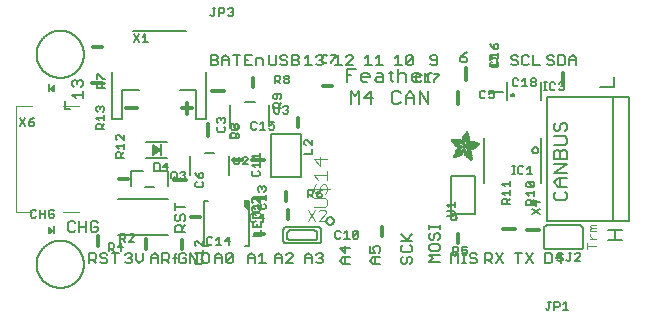
<source format=gbr>
G04 EAGLE Gerber RS-274X export*
G75*
%MOMM*%
%FSLAX34Y34*%
%LPD*%
%INSilkscreen Top*%
%IPPOS*%
%AMOC8*
5,1,8,0,0,1.08239X$1,22.5*%
G01*
%ADD10C,0.127000*%
%ADD11C,0.203200*%
%ADD12C,0.177800*%
%ADD13C,0.101600*%
%ADD14C,0.304800*%
%ADD15C,0.152400*%
%ADD16R,0.127000X0.762000*%
%ADD17C,0.076200*%
%ADD18R,0.200000X1.000000*%
%ADD19R,0.034300X0.003800*%
%ADD20R,0.057200X0.003800*%
%ADD21R,0.076200X0.003800*%
%ADD22R,0.091400X0.003800*%
%ADD23R,0.102900X0.003800*%
%ADD24R,0.114300X0.003900*%
%ADD25R,0.129500X0.003800*%
%ADD26R,0.137200X0.003800*%
%ADD27R,0.144800X0.003800*%
%ADD28R,0.152400X0.003800*%
%ADD29R,0.160000X0.003800*%
%ADD30R,0.171500X0.003800*%
%ADD31R,0.175300X0.003800*%
%ADD32R,0.182900X0.003800*%
%ADD33R,0.190500X0.003800*%
%ADD34R,0.194300X0.003900*%
%ADD35R,0.201900X0.003800*%
%ADD36R,0.209500X0.003800*%
%ADD37R,0.213400X0.003800*%
%ADD38R,0.221000X0.003800*%
%ADD39R,0.224800X0.003800*%
%ADD40R,0.232400X0.003800*%
%ADD41R,0.240000X0.003800*%
%ADD42R,0.243800X0.003800*%
%ADD43R,0.247600X0.003800*%
%ADD44R,0.255300X0.003900*%
%ADD45R,0.259100X0.003800*%
%ADD46R,0.262900X0.003800*%
%ADD47R,0.270500X0.003800*%
%ADD48R,0.274300X0.003800*%
%ADD49R,0.281900X0.003800*%
%ADD50R,0.285700X0.003800*%
%ADD51R,0.289500X0.003800*%
%ADD52R,0.297200X0.003800*%
%ADD53R,0.301000X0.003800*%
%ADD54R,0.304800X0.003900*%
%ADD55R,0.312400X0.003800*%
%ADD56R,0.316200X0.003800*%
%ADD57R,0.320000X0.003800*%
%ADD58R,0.327600X0.003800*%
%ADD59R,0.331500X0.003800*%
%ADD60R,0.339100X0.003800*%
%ADD61R,0.342900X0.003800*%
%ADD62R,0.346700X0.003800*%
%ADD63R,0.354300X0.003800*%
%ADD64R,0.358100X0.003900*%
%ADD65R,0.361900X0.003800*%
%ADD66R,0.369600X0.003800*%
%ADD67R,0.373400X0.003800*%
%ADD68R,0.377200X0.003800*%
%ADD69R,0.384800X0.003800*%
%ADD70R,0.388600X0.003800*%
%ADD71R,0.396200X0.003800*%
%ADD72R,0.400000X0.003800*%
%ADD73R,0.403800X0.003800*%
%ADD74R,0.411500X0.003900*%
%ADD75R,0.415300X0.003800*%
%ADD76R,0.419100X0.003800*%
%ADD77R,0.045700X0.003800*%
%ADD78R,0.426700X0.003800*%
%ADD79R,0.072400X0.003800*%
%ADD80R,0.430500X0.003800*%
%ADD81R,0.095300X0.003800*%
%ADD82R,0.438100X0.003800*%
%ADD83R,0.110500X0.003800*%
%ADD84R,0.441900X0.003800*%
%ADD85R,0.445800X0.003800*%
%ADD86R,0.144700X0.003800*%
%ADD87R,0.453400X0.003800*%
%ADD88R,0.457200X0.003800*%
%ADD89R,0.175300X0.003900*%
%ADD90R,0.461000X0.003900*%
%ADD91R,0.468600X0.003800*%
%ADD92R,0.205800X0.003800*%
%ADD93R,0.472400X0.003800*%
%ADD94R,0.217200X0.003800*%
%ADD95R,0.476200X0.003800*%
%ADD96R,0.483900X0.003800*%
%ADD97R,0.247700X0.003800*%
%ADD98R,0.487700X0.003800*%
%ADD99R,0.495300X0.003800*%
%ADD100R,0.499100X0.003800*%
%ADD101R,0.502900X0.003800*%
%ADD102R,0.510500X0.003800*%
%ADD103R,0.308600X0.003900*%
%ADD104R,0.514300X0.003900*%
%ADD105R,0.323800X0.003800*%
%ADD106R,0.518100X0.003800*%
%ADD107R,0.335300X0.003800*%
%ADD108R,0.525800X0.003800*%
%ADD109R,0.529600X0.003800*%
%ADD110R,0.358100X0.003800*%
%ADD111R,0.533400X0.003800*%
%ADD112R,0.537200X0.003800*%
%ADD113R,0.381000X0.003800*%
%ADD114R,0.544800X0.003800*%
%ADD115R,0.392400X0.003800*%
%ADD116R,0.548600X0.003800*%
%ADD117R,0.552400X0.003800*%
%ADD118R,0.556200X0.003800*%
%ADD119R,0.422900X0.003900*%
%ADD120R,0.560100X0.003900*%
%ADD121R,0.434300X0.003800*%
%ADD122R,0.563900X0.003800*%
%ADD123R,0.567700X0.003800*%
%ADD124R,0.461000X0.003800*%
%ADD125R,0.571500X0.003800*%
%ADD126R,0.575300X0.003800*%
%ADD127R,0.480100X0.003800*%
%ADD128R,0.579100X0.003800*%
%ADD129R,0.491500X0.003800*%
%ADD130R,0.582900X0.003800*%
%ADD131R,0.586700X0.003800*%
%ADD132R,0.510600X0.003800*%
%ADD133R,0.590500X0.003800*%
%ADD134R,0.522000X0.003800*%
%ADD135R,0.594300X0.003800*%
%ADD136R,0.533400X0.003900*%
%ADD137R,0.598200X0.003900*%
%ADD138R,0.541000X0.003800*%
%ADD139R,0.602000X0.003800*%
%ADD140R,0.552500X0.003800*%
%ADD141R,0.605800X0.003800*%
%ADD142R,0.560100X0.003800*%
%ADD143R,0.609600X0.003800*%
%ADD144R,0.613400X0.003800*%
%ADD145R,0.583000X0.003800*%
%ADD146R,0.617200X0.003800*%
%ADD147R,0.594400X0.003800*%
%ADD148R,0.621000X0.003800*%
%ADD149R,0.598200X0.003800*%
%ADD150R,0.624800X0.003800*%
%ADD151R,0.613500X0.003900*%
%ADD152R,0.628600X0.003900*%
%ADD153R,0.632400X0.003800*%
%ADD154R,0.628600X0.003800*%
%ADD155R,0.636300X0.003800*%
%ADD156R,0.640100X0.003800*%
%ADD157R,0.636200X0.003800*%
%ADD158R,0.643900X0.003800*%
%ADD159R,0.647700X0.003800*%
%ADD160R,0.651500X0.003800*%
%ADD161R,0.659100X0.003800*%
%ADD162R,0.659100X0.003900*%
%ADD163R,0.655300X0.003900*%
%ADD164R,0.662900X0.003800*%
%ADD165R,0.655300X0.003800*%
%ADD166R,0.670500X0.003800*%
%ADD167R,0.670600X0.003800*%
%ADD168R,0.674400X0.003800*%
%ADD169R,0.682000X0.003800*%
%ADD170R,0.666700X0.003800*%
%ADD171R,0.685800X0.003800*%
%ADD172R,0.689600X0.003800*%
%ADD173R,0.693400X0.003900*%
%ADD174R,0.674400X0.003900*%
%ADD175R,0.697200X0.003800*%
%ADD176R,0.678200X0.003800*%
%ADD177R,0.697300X0.003800*%
%ADD178R,0.701100X0.003800*%
%ADD179R,0.704900X0.003800*%
%ADD180R,0.708700X0.003800*%
%ADD181R,0.712500X0.003800*%
%ADD182R,0.716300X0.003800*%
%ADD183R,0.720100X0.003900*%
%ADD184R,0.689600X0.003900*%
%ADD185R,0.720000X0.003800*%
%ADD186R,0.693400X0.003800*%
%ADD187R,0.723900X0.003800*%
%ADD188R,0.727700X0.003800*%
%ADD189R,0.731500X0.003800*%
%ADD190R,0.701000X0.003800*%
%ADD191R,0.735300X0.003800*%
%ADD192R,0.731500X0.003900*%
%ADD193R,0.701000X0.003900*%
%ADD194R,0.704800X0.003800*%
%ADD195R,0.739100X0.003800*%
%ADD196R,0.743000X0.003800*%
%ADD197R,0.739200X0.003800*%
%ADD198R,0.743000X0.003900*%
%ADD199R,0.704800X0.003900*%
%ADD200R,0.746800X0.003800*%
%ADD201R,0.746800X0.003900*%
%ADD202R,0.742900X0.003800*%
%ADD203R,0.746700X0.003800*%
%ADD204R,0.746700X0.003900*%
%ADD205R,1.428800X0.003800*%
%ADD206R,1.424900X0.003800*%
%ADD207R,1.421100X0.003900*%
%ADD208R,1.421100X0.003800*%
%ADD209R,1.417300X0.003800*%
%ADD210R,1.413500X0.003800*%
%ADD211R,1.409700X0.003800*%
%ADD212R,1.405900X0.003800*%
%ADD213R,1.402100X0.003800*%
%ADD214R,1.398300X0.003800*%
%ADD215R,0.983000X0.003900*%
%ADD216R,0.384800X0.003900*%
%ADD217R,0.971600X0.003800*%
%ADD218R,0.963900X0.003800*%
%ADD219R,0.956300X0.003800*%
%ADD220R,0.365800X0.003800*%
%ADD221R,0.952500X0.003800*%
%ADD222R,0.941000X0.003800*%
%ADD223R,0.358200X0.003800*%
%ADD224R,0.937200X0.003800*%
%ADD225R,0.933400X0.003800*%
%ADD226R,0.354400X0.003800*%
%ADD227R,0.925800X0.003800*%
%ADD228R,0.350500X0.003800*%
%ADD229R,0.922000X0.003800*%
%ADD230R,0.918200X0.003900*%
%ADD231R,0.346700X0.003900*%
%ADD232R,0.910600X0.003800*%
%ADD233R,0.906800X0.003800*%
%ADD234R,0.903000X0.003800*%
%ADD235R,0.339000X0.003800*%
%ADD236R,0.895300X0.003800*%
%ADD237R,0.335200X0.003800*%
%ADD238R,0.887700X0.003800*%
%ADD239R,0.883900X0.003800*%
%ADD240R,0.331400X0.003800*%
%ADD241R,0.880100X0.003800*%
%ADD242R,0.876300X0.003800*%
%ADD243R,0.468600X0.003900*%
%ADD244R,0.396200X0.003900*%
%ADD245R,0.323800X0.003900*%
%ADD246R,0.449600X0.003800*%
%ADD247R,0.323900X0.003800*%
%ADD248R,0.442000X0.003800*%
%ADD249R,0.434400X0.003800*%
%ADD250R,0.320100X0.003800*%
%ADD251R,0.316300X0.003800*%
%ADD252R,0.426800X0.003800*%
%ADD253R,0.327700X0.003800*%
%ADD254R,0.312500X0.003800*%
%ADD255R,0.422900X0.003800*%
%ADD256R,0.308600X0.003800*%
%ADD257R,0.293400X0.003800*%
%ADD258R,0.304800X0.003800*%
%ADD259R,0.419100X0.003900*%
%ADD260R,0.285700X0.003900*%
%ADD261R,0.301000X0.003900*%
%ADD262R,0.411500X0.003800*%
%ADD263R,0.407700X0.003800*%
%ADD264R,0.289600X0.003800*%
%ADD265R,0.285800X0.003800*%
%ADD266R,0.403900X0.003800*%
%ADD267R,0.228600X0.003800*%
%ADD268R,0.403900X0.003900*%
%ADD269R,0.221000X0.003900*%
%ADD270R,0.278100X0.003900*%
%ADD271R,0.400100X0.003800*%
%ADD272R,0.209600X0.003800*%
%ADD273R,0.266700X0.003800*%
%ADD274R,0.038100X0.003800*%
%ADD275R,0.194300X0.003800*%
%ADD276R,0.148600X0.003800*%
%ADD277R,0.259000X0.003800*%
%ADD278R,0.182800X0.003800*%
%ADD279R,0.186700X0.003800*%
%ADD280R,0.251400X0.003800*%
%ADD281R,0.179100X0.003800*%
%ADD282R,0.236200X0.003800*%
%ADD283R,0.243900X0.003900*%
%ADD284R,0.282000X0.003900*%
%ADD285R,0.167700X0.003800*%
%ADD286R,0.236300X0.003800*%
%ADD287R,0.396300X0.003800*%
%ADD288R,0.163900X0.003800*%
%ADD289R,0.392500X0.003800*%
%ADD290R,0.160100X0.003800*%
%ADD291R,0.586800X0.003800*%
%ADD292R,0.148500X0.003800*%
%ADD293R,0.140900X0.003800*%
%ADD294R,0.392400X0.003900*%
%ADD295R,0.140900X0.003900*%
%ADD296R,0.647700X0.003900*%
%ADD297R,0.133300X0.003800*%
%ADD298R,0.674300X0.003800*%
%ADD299R,0.388700X0.003800*%
%ADD300R,0.125700X0.003800*%
%ADD301R,0.121900X0.003800*%
%ADD302R,0.720100X0.003800*%
%ADD303R,0.118100X0.003800*%
%ADD304R,0.118100X0.003900*%
%ADD305R,0.739100X0.003900*%
%ADD306R,0.114300X0.003800*%
%ADD307R,0.754400X0.003800*%
%ADD308R,0.765800X0.003800*%
%ADD309R,0.773400X0.003800*%
%ADD310R,0.784800X0.003800*%
%ADD311R,0.118200X0.003800*%
%ADD312R,0.792500X0.003800*%
%ADD313R,0.803900X0.003800*%
%ADD314R,0.122000X0.003800*%
%ADD315R,0.815400X0.003800*%
%ADD316R,0.125800X0.003800*%
%ADD317R,0.826800X0.003800*%
%ADD318R,0.369500X0.003900*%
%ADD319R,0.133400X0.003900*%
%ADD320R,0.842000X0.003900*%
%ADD321R,0.365700X0.003800*%
%ADD322R,1.009700X0.003800*%
%ADD323R,1.013500X0.003800*%
%ADD324R,0.362000X0.003800*%
%ADD325R,1.024900X0.003800*%
%ADD326R,1.028700X0.003800*%
%ADD327R,1.036300X0.003800*%
%ADD328R,1.047800X0.003800*%
%ADD329R,1.055400X0.003800*%
%ADD330R,1.070600X0.003800*%
%ADD331R,0.030500X0.003800*%
%ADD332R,1.436400X0.003800*%
%ADD333R,1.562100X0.003900*%
%ADD334R,1.588700X0.003800*%
%ADD335R,1.607800X0.003800*%
%ADD336R,1.626900X0.003800*%
%ADD337R,1.642100X0.003800*%
%ADD338R,1.657400X0.003800*%
%ADD339R,1.676400X0.003800*%
%ADD340R,1.687800X0.003800*%
%ADD341R,1.703000X0.003800*%
%ADD342R,1.714500X0.003800*%
%ADD343R,1.726000X0.003900*%
%ADD344R,1.741200X0.003800*%
%ADD345R,0.914400X0.003800*%
%ADD346R,0.769600X0.003800*%
%ADD347R,0.884000X0.003800*%
%ADD348R,0.712400X0.003800*%
%ADD349R,0.880100X0.003900*%
%ADD350R,0.887800X0.003800*%
%ADD351R,0.891600X0.003800*%
%ADD352R,0.895400X0.003800*%
%ADD353R,0.251500X0.003800*%
%ADD354R,0.579200X0.003900*%
%ADD355R,0.243900X0.003800*%
%ADD356R,0.556300X0.003800*%
%ADD357R,0.255200X0.003800*%
%ADD358R,0.529500X0.003800*%
%ADD359R,0.731600X0.003800*%
%ADD360R,0.525800X0.003900*%
%ADD361R,0.281900X0.003900*%
%ADD362R,0.735400X0.003900*%
%ADD363R,0.300900X0.003800*%
%ADD364R,0.762000X0.003800*%
%ADD365R,0.518200X0.003800*%
%ADD366R,0.350600X0.003800*%
%ADD367R,0.796300X0.003800*%
%ADD368R,0.807800X0.003800*%
%ADD369R,0.506700X0.003800*%
%ADD370R,0.849600X0.003800*%
%ADD371R,0.506700X0.003900*%
%ADD372R,1.371600X0.003900*%
%ADD373R,1.207800X0.003800*%
%ADD374R,0.503000X0.003800*%
%ADD375R,0.141000X0.003800*%
%ADD376R,1.203900X0.003800*%
%ADD377R,1.204000X0.003800*%
%ADD378R,1.200200X0.003800*%
%ADD379R,0.499100X0.003900*%
%ADD380R,0.156200X0.003900*%
%ADD381R,1.196400X0.003900*%
%ADD382R,1.196400X0.003800*%
%ADD383R,0.163800X0.003800*%
%ADD384R,0.167600X0.003800*%
%ADD385R,1.192500X0.003800*%
%ADD386R,0.499200X0.003800*%
%ADD387R,1.188700X0.003800*%
%ADD388R,0.506800X0.003800*%
%ADD389R,1.184900X0.003800*%
%ADD390R,0.510600X0.003900*%
%ADD391R,0.209600X0.003900*%
%ADD392R,1.181100X0.003900*%
%ADD393R,0.514400X0.003800*%
%ADD394R,1.181100X0.003800*%
%ADD395R,1.177300X0.003800*%
%ADD396R,0.240100X0.003800*%
%ADD397R,1.173500X0.003800*%
%ADD398R,1.169700X0.003800*%
%ADD399R,1.165900X0.003800*%
%ADD400R,1.162100X0.003800*%
%ADD401R,0.929700X0.003900*%
%ADD402R,1.162100X0.003900*%
%ADD403R,0.929700X0.003800*%
%ADD404R,1.154500X0.003800*%
%ADD405R,0.933500X0.003800*%
%ADD406R,1.150600X0.003800*%
%ADD407R,0.937300X0.003800*%
%ADD408R,1.146800X0.003800*%
%ADD409R,0.941100X0.003800*%
%ADD410R,1.139200X0.003800*%
%ADD411R,0.944900X0.003800*%
%ADD412R,1.135400X0.003800*%
%ADD413R,0.948700X0.003800*%
%ADD414R,1.127800X0.003800*%
%ADD415R,1.124000X0.003800*%
%ADD416R,1.116400X0.003800*%
%ADD417R,0.956300X0.003900*%
%ADD418R,1.104900X0.003900*%
%ADD419R,0.960100X0.003800*%
%ADD420R,1.093500X0.003800*%
%ADD421R,1.085900X0.003800*%
%ADD422R,0.967800X0.003800*%
%ADD423R,1.074500X0.003800*%
%ADD424R,1.063000X0.003800*%
%ADD425R,0.975400X0.003800*%
%ADD426R,1.036400X0.003800*%
%ADD427R,0.979200X0.003800*%
%ADD428R,1.021000X0.003800*%
%ADD429R,0.983000X0.003800*%
%ADD430R,1.009600X0.003800*%
%ADD431R,0.986800X0.003800*%
%ADD432R,0.998200X0.003800*%
%ADD433R,0.990600X0.003900*%
%ADD434R,0.986700X0.003900*%
%ADD435R,0.994400X0.003800*%
%ADD436R,0.975300X0.003800*%
%ADD437R,0.948600X0.003800*%
%ADD438R,1.002000X0.003800*%
%ADD439R,0.213300X0.003800*%
%ADD440R,0.217100X0.003800*%
%ADD441R,1.017300X0.003800*%
%ADD442R,0.666800X0.003800*%
%ADD443R,0.220900X0.003800*%
%ADD444R,1.028700X0.003900*%
%ADD445R,0.224700X0.003900*%
%ADD446R,1.032500X0.003800*%
%ADD447R,1.040100X0.003800*%
%ADD448R,1.043900X0.003800*%
%ADD449R,0.548700X0.003800*%
%ADD450R,1.051500X0.003800*%
%ADD451R,1.055300X0.003800*%
%ADD452R,1.059100X0.003800*%
%ADD453R,1.062900X0.003800*%
%ADD454R,0.255300X0.003800*%
%ADD455R,1.066800X0.003900*%
%ADD456R,0.259100X0.003900*%
%ADD457R,0.457200X0.003900*%
%ADD458R,0.423000X0.003800*%
%ADD459R,1.082100X0.003800*%
%ADD460R,0.274400X0.003800*%
%ADD461R,0.278200X0.003800*%
%ADD462R,1.101100X0.003800*%
%ADD463R,0.278100X0.003800*%
%ADD464R,0.876300X0.003900*%
%ADD465R,0.236200X0.003900*%
%ADD466R,0.289600X0.003900*%
%ADD467R,0.247700X0.003900*%
%ADD468R,0.049500X0.003800*%
%ADD469R,0.640100X0.003900*%
%ADD470R,0.659200X0.003800*%
%ADD471R,0.663000X0.003800*%
%ADD472R,0.872500X0.003900*%
%ADD473R,0.666800X0.003900*%
%ADD474R,0.872500X0.003800*%
%ADD475R,0.868700X0.003800*%
%ADD476R,0.864900X0.003800*%
%ADD477R,0.861100X0.003800*%
%ADD478R,0.857300X0.003800*%
%ADD479R,0.853400X0.003800*%
%ADD480R,0.845800X0.003800*%
%ADD481R,0.682000X0.003900*%
%ADD482R,0.842000X0.003800*%
%ADD483R,0.834400X0.003800*%
%ADD484R,0.823000X0.003800*%
%ADD485R,0.815300X0.003800*%
%ADD486R,0.811500X0.003800*%
%ADD487R,0.788700X0.003800*%
%ADD488R,0.777300X0.003900*%
%ADD489R,0.750600X0.003800*%
%ADD490R,0.735400X0.003800*%
%ADD491R,0.727800X0.003800*%
%ADD492R,0.628700X0.003800*%
%ADD493R,0.575400X0.003800*%
%ADD494R,0.670600X0.003900*%
%ADD495R,0.655400X0.003800*%
%ADD496R,0.651500X0.003900*%
%ADD497R,0.624800X0.003900*%
%ADD498R,0.594400X0.003900*%
%ADD499R,0.563900X0.003900*%
%ADD500R,0.541100X0.003800*%
%ADD501R,0.537300X0.003800*%
%ADD502R,0.525700X0.003800*%
%ADD503R,0.525700X0.003900*%
%ADD504R,0.514300X0.003800*%
%ADD505R,0.480100X0.003900*%
%ADD506R,0.464800X0.003800*%
%ADD507R,0.442000X0.003900*%
%ADD508R,0.438200X0.003800*%
%ADD509R,0.430600X0.003800*%
%ADD510R,0.407600X0.003800*%
%ADD511R,0.403800X0.003900*%
%ADD512R,0.365700X0.003900*%
%ADD513R,0.327700X0.003900*%
%ADD514R,0.243800X0.003900*%
%ADD515R,0.205800X0.003900*%
%ADD516R,0.198100X0.003800*%
%ADD517R,0.163800X0.003900*%
%ADD518R,0.137100X0.003800*%
%ADD519R,0.091500X0.003900*%
%ADD520R,0.060900X0.003800*%

G36*
X185208Y70624D02*
X185208Y70624D01*
X185297Y70626D01*
X185319Y70635D01*
X185342Y70638D01*
X185422Y70677D01*
X185504Y70711D01*
X185522Y70727D01*
X185543Y70737D01*
X185604Y70802D01*
X185670Y70862D01*
X185681Y70883D01*
X185697Y70900D01*
X185732Y70982D01*
X185773Y71062D01*
X185776Y71088D01*
X185785Y71107D01*
X185787Y71157D01*
X185800Y71247D01*
X185800Y78867D01*
X185789Y78932D01*
X185787Y78998D01*
X185769Y79041D01*
X185761Y79088D01*
X185727Y79145D01*
X185702Y79205D01*
X185671Y79240D01*
X185646Y79281D01*
X185595Y79323D01*
X185551Y79371D01*
X185509Y79393D01*
X185472Y79422D01*
X185410Y79443D01*
X185351Y79474D01*
X185297Y79482D01*
X185260Y79494D01*
X185220Y79493D01*
X185166Y79501D01*
X181356Y79501D01*
X181291Y79490D01*
X181225Y79488D01*
X181182Y79470D01*
X181135Y79462D01*
X181078Y79428D01*
X181018Y79403D01*
X180983Y79372D01*
X180942Y79347D01*
X180901Y79296D01*
X180852Y79252D01*
X180830Y79210D01*
X180801Y79173D01*
X180780Y79111D01*
X180749Y79052D01*
X180741Y78998D01*
X180729Y78961D01*
X180729Y78952D01*
X180730Y78920D01*
X180722Y78867D01*
X180722Y75057D01*
X180729Y75015D01*
X180727Y74973D01*
X180739Y74935D01*
X180740Y74922D01*
X180751Y74895D01*
X180761Y74836D01*
X180783Y74800D01*
X180796Y74759D01*
X180818Y74730D01*
X180824Y74714D01*
X180851Y74685D01*
X180876Y74643D01*
X180892Y74630D01*
X180908Y74609D01*
X184718Y70799D01*
X184791Y70748D01*
X184860Y70692D01*
X184882Y70684D01*
X184902Y70670D01*
X184988Y70648D01*
X185072Y70620D01*
X185096Y70620D01*
X185119Y70615D01*
X185208Y70624D01*
G37*
G36*
X104725Y118913D02*
X104725Y118913D01*
X104796Y118911D01*
X104866Y118930D01*
X104937Y118938D01*
X104992Y118963D01*
X105071Y118983D01*
X105174Y119044D01*
X105243Y119075D01*
X108243Y121075D01*
X108330Y121152D01*
X108420Y121225D01*
X108435Y121247D01*
X108455Y121265D01*
X108517Y121362D01*
X108584Y121457D01*
X108592Y121483D01*
X108607Y121505D01*
X108639Y121616D01*
X108677Y121726D01*
X108678Y121753D01*
X108685Y121778D01*
X108685Y121894D01*
X108691Y122010D01*
X108685Y122036D01*
X108685Y122063D01*
X108653Y122174D01*
X108627Y122287D01*
X108614Y122310D01*
X108606Y122336D01*
X108544Y122434D01*
X108488Y122535D01*
X108470Y122551D01*
X108455Y122576D01*
X108247Y122761D01*
X108243Y122765D01*
X105243Y124765D01*
X105179Y124796D01*
X105119Y124836D01*
X105051Y124857D01*
X104987Y124888D01*
X104916Y124900D01*
X104848Y124921D01*
X104777Y124923D01*
X104707Y124935D01*
X104635Y124927D01*
X104564Y124929D01*
X104495Y124911D01*
X104424Y124902D01*
X104358Y124875D01*
X104289Y124857D01*
X104228Y124820D01*
X104162Y124793D01*
X104106Y124748D01*
X104044Y124712D01*
X103995Y124660D01*
X103940Y124615D01*
X103899Y124557D01*
X103850Y124504D01*
X103817Y124441D01*
X103776Y124383D01*
X103753Y124315D01*
X103720Y124251D01*
X103710Y124192D01*
X103683Y124114D01*
X103677Y123995D01*
X103665Y123920D01*
X103665Y119920D01*
X103675Y119849D01*
X103675Y119777D01*
X103695Y119709D01*
X103705Y119639D01*
X103734Y119573D01*
X103754Y119504D01*
X103792Y119444D01*
X103821Y119379D01*
X103867Y119324D01*
X103905Y119264D01*
X103959Y119216D01*
X104005Y119162D01*
X104064Y119122D01*
X104118Y119075D01*
X104182Y119044D01*
X104241Y119005D01*
X104310Y118983D01*
X104374Y118952D01*
X104444Y118940D01*
X104512Y118919D01*
X104584Y118917D01*
X104655Y118905D01*
X104725Y118913D01*
G37*
G36*
X19983Y170928D02*
X19983Y170928D01*
X20012Y170925D01*
X20104Y170945D01*
X20197Y170958D01*
X20224Y170971D01*
X20253Y170977D01*
X20333Y171025D01*
X20417Y171067D01*
X20438Y171088D01*
X20464Y171103D01*
X20525Y171175D01*
X20591Y171241D01*
X20604Y171267D01*
X20624Y171290D01*
X20659Y171377D01*
X20701Y171461D01*
X20705Y171491D01*
X20716Y171518D01*
X20734Y171685D01*
X20734Y176765D01*
X20729Y176794D01*
X20732Y176824D01*
X20710Y176915D01*
X20695Y177008D01*
X20681Y177034D01*
X20674Y177063D01*
X20623Y177142D01*
X20579Y177225D01*
X20558Y177246D01*
X20542Y177271D01*
X20469Y177330D01*
X20401Y177395D01*
X20374Y177407D01*
X20351Y177426D01*
X20263Y177459D01*
X20178Y177498D01*
X20148Y177501D01*
X20121Y177512D01*
X20027Y177515D01*
X19934Y177525D01*
X19904Y177519D01*
X19875Y177520D01*
X19785Y177493D01*
X19693Y177473D01*
X19668Y177458D01*
X19639Y177449D01*
X19497Y177359D01*
X16322Y174819D01*
X16253Y174742D01*
X16180Y174669D01*
X16171Y174652D01*
X16158Y174637D01*
X16116Y174541D01*
X16070Y174449D01*
X16068Y174429D01*
X16060Y174411D01*
X16051Y174308D01*
X16037Y174205D01*
X16041Y174186D01*
X16039Y174166D01*
X16064Y174065D01*
X16083Y173963D01*
X16093Y173946D01*
X16097Y173927D01*
X16153Y173840D01*
X16204Y173749D01*
X16221Y173732D01*
X16229Y173719D01*
X16254Y173699D01*
X16322Y173631D01*
X19497Y171091D01*
X19523Y171076D01*
X19545Y171056D01*
X19630Y171016D01*
X19712Y170970D01*
X19741Y170964D01*
X19768Y170952D01*
X19861Y170942D01*
X19953Y170924D01*
X19983Y170928D01*
G37*
G36*
X16071Y50681D02*
X16071Y50681D01*
X16100Y50680D01*
X16190Y50707D01*
X16282Y50727D01*
X16307Y50742D01*
X16336Y50751D01*
X16478Y50841D01*
X19653Y53381D01*
X19722Y53458D01*
X19795Y53531D01*
X19804Y53549D01*
X19817Y53563D01*
X19859Y53659D01*
X19905Y53751D01*
X19907Y53771D01*
X19915Y53789D01*
X19924Y53892D01*
X19938Y53995D01*
X19934Y54014D01*
X19936Y54034D01*
X19911Y54135D01*
X19892Y54237D01*
X19882Y54254D01*
X19878Y54273D01*
X19822Y54361D01*
X19771Y54451D01*
X19754Y54468D01*
X19746Y54481D01*
X19721Y54501D01*
X19653Y54569D01*
X16478Y57109D01*
X16452Y57124D01*
X16430Y57145D01*
X16345Y57184D01*
X16263Y57230D01*
X16234Y57236D01*
X16207Y57248D01*
X16114Y57258D01*
X16022Y57276D01*
X15992Y57272D01*
X15963Y57275D01*
X15871Y57255D01*
X15778Y57243D01*
X15751Y57229D01*
X15722Y57223D01*
X15642Y57175D01*
X15558Y57133D01*
X15537Y57112D01*
X15511Y57097D01*
X15450Y57025D01*
X15384Y56959D01*
X15371Y56933D01*
X15351Y56910D01*
X15316Y56823D01*
X15274Y56739D01*
X15270Y56709D01*
X15259Y56682D01*
X15241Y56515D01*
X15241Y51435D01*
X15246Y51406D01*
X15243Y51376D01*
X15265Y51285D01*
X15281Y51192D01*
X15294Y51166D01*
X15301Y51137D01*
X15352Y51058D01*
X15396Y50975D01*
X15417Y50954D01*
X15433Y50929D01*
X15506Y50870D01*
X15574Y50806D01*
X15601Y50793D01*
X15624Y50774D01*
X15712Y50741D01*
X15797Y50702D01*
X15827Y50699D01*
X15854Y50688D01*
X15948Y50685D01*
X16041Y50675D01*
X16071Y50681D01*
G37*
D10*
X202502Y202573D02*
X202502Y195158D01*
X203985Y193675D01*
X206951Y193675D01*
X208434Y195158D01*
X208434Y202573D01*
X216306Y202573D02*
X217789Y201090D01*
X216306Y202573D02*
X213340Y202573D01*
X211857Y201090D01*
X211857Y199607D01*
X213340Y198124D01*
X216306Y198124D01*
X217789Y196641D01*
X217789Y195158D01*
X216306Y193675D01*
X213340Y193675D01*
X211857Y195158D01*
X221213Y193675D02*
X221213Y202573D01*
X225661Y202573D01*
X227144Y201090D01*
X227144Y199607D01*
X225661Y198124D01*
X227144Y196641D01*
X227144Y195158D01*
X225661Y193675D01*
X221213Y193675D01*
X221213Y198124D02*
X225661Y198124D01*
X50102Y34933D02*
X50102Y26035D01*
X50102Y34933D02*
X54551Y34933D01*
X56034Y33450D01*
X56034Y30484D01*
X54551Y29001D01*
X50102Y29001D01*
X53068Y29001D02*
X56034Y26035D01*
X63906Y34933D02*
X65389Y33450D01*
X63906Y34933D02*
X60940Y34933D01*
X59457Y33450D01*
X59457Y31967D01*
X60940Y30484D01*
X63906Y30484D01*
X65389Y29001D01*
X65389Y27518D01*
X63906Y26035D01*
X60940Y26035D01*
X59457Y27518D01*
X71778Y26035D02*
X71778Y34933D01*
X68813Y34933D02*
X74744Y34933D01*
X102461Y31967D02*
X102461Y26035D01*
X102461Y31967D02*
X105427Y34933D01*
X108393Y31967D01*
X108393Y26035D01*
X108393Y30484D02*
X102461Y30484D01*
X111817Y26035D02*
X111817Y34933D01*
X116265Y34933D01*
X117748Y33450D01*
X117748Y30484D01*
X116265Y29001D01*
X111817Y29001D01*
X114782Y29001D02*
X117748Y26035D01*
X122655Y26035D02*
X122655Y33450D01*
X124138Y34933D01*
X124138Y30484D02*
X121172Y30484D01*
X81663Y34933D02*
X80180Y33450D01*
X81663Y34933D02*
X84629Y34933D01*
X86112Y33450D01*
X86112Y31967D01*
X84629Y30484D01*
X83146Y30484D01*
X84629Y30484D02*
X86112Y29001D01*
X86112Y27518D01*
X84629Y26035D01*
X81663Y26035D01*
X80180Y27518D01*
X89535Y29001D02*
X89535Y34933D01*
X89535Y29001D02*
X92501Y26035D01*
X95467Y29001D01*
X95467Y34933D01*
X290613Y25570D02*
X296545Y25570D01*
X290613Y25570D02*
X287647Y28536D01*
X290613Y31502D01*
X296545Y31502D01*
X292096Y31502D02*
X292096Y25570D01*
X287647Y34925D02*
X287647Y40857D01*
X287647Y34925D02*
X292096Y34925D01*
X290613Y37891D01*
X290613Y39374D01*
X292096Y40857D01*
X295062Y40857D01*
X296545Y39374D01*
X296545Y36408D01*
X295062Y34925D01*
X271145Y25570D02*
X265213Y25570D01*
X262247Y28536D01*
X265213Y31502D01*
X271145Y31502D01*
X266696Y31502D02*
X266696Y25570D01*
X271145Y39374D02*
X262247Y39374D01*
X266696Y34925D01*
X266696Y40857D01*
X232580Y31967D02*
X232580Y26035D01*
X232580Y31967D02*
X235546Y34933D01*
X238512Y31967D01*
X238512Y26035D01*
X238512Y30484D02*
X232580Y30484D01*
X241935Y33450D02*
X243418Y34933D01*
X246384Y34933D01*
X247867Y33450D01*
X247867Y31967D01*
X246384Y30484D01*
X244901Y30484D01*
X246384Y30484D02*
X247867Y29001D01*
X247867Y27518D01*
X246384Y26035D01*
X243418Y26035D01*
X241935Y27518D01*
X207180Y26035D02*
X207180Y31967D01*
X210146Y34933D01*
X213112Y31967D01*
X213112Y26035D01*
X213112Y30484D02*
X207180Y30484D01*
X216535Y26035D02*
X222467Y26035D01*
X216535Y26035D02*
X222467Y31967D01*
X222467Y33450D01*
X220984Y34933D01*
X218018Y34933D01*
X216535Y33450D01*
X184320Y31967D02*
X184320Y26035D01*
X184320Y31967D02*
X187286Y34933D01*
X190252Y31967D01*
X190252Y26035D01*
X190252Y30484D02*
X184320Y30484D01*
X193675Y31967D02*
X196641Y34933D01*
X196641Y26035D01*
X193675Y26035D02*
X199607Y26035D01*
X156380Y26035D02*
X156380Y31967D01*
X159346Y34933D01*
X162312Y31967D01*
X162312Y26035D01*
X162312Y30484D02*
X156380Y30484D01*
X165735Y27518D02*
X165735Y33450D01*
X167218Y34933D01*
X170184Y34933D01*
X171667Y33450D01*
X171667Y27518D01*
X170184Y26035D01*
X167218Y26035D01*
X165735Y27518D01*
X171667Y33450D01*
X232580Y199607D02*
X235546Y202573D01*
X235546Y193675D01*
X232580Y193675D02*
X238512Y193675D01*
X241935Y201090D02*
X243418Y202573D01*
X246384Y202573D01*
X247867Y201090D01*
X247867Y199607D01*
X246384Y198124D01*
X244901Y198124D01*
X246384Y198124D02*
X247867Y196641D01*
X247867Y195158D01*
X246384Y193675D01*
X243418Y193675D01*
X241935Y195158D01*
X389657Y202573D02*
X395589Y202573D01*
X389657Y202573D02*
X389657Y198124D01*
X392623Y199607D01*
X394106Y199607D01*
X395589Y198124D01*
X395589Y195158D01*
X394106Y193675D01*
X391140Y193675D01*
X389657Y195158D01*
X286346Y202573D02*
X283380Y199607D01*
X286346Y202573D02*
X286346Y193675D01*
X283380Y193675D02*
X289312Y193675D01*
X292735Y199607D02*
X295701Y202573D01*
X295701Y193675D01*
X292735Y193675D02*
X298667Y193675D01*
X308780Y199607D02*
X311746Y202573D01*
X311746Y193675D01*
X308780Y193675D02*
X314712Y193675D01*
X318135Y195158D02*
X318135Y201090D01*
X319618Y202573D01*
X322584Y202573D01*
X324067Y201090D01*
X324067Y195158D01*
X322584Y193675D01*
X319618Y193675D01*
X318135Y195158D01*
X324067Y201090D01*
X338857Y195158D02*
X340340Y193675D01*
X343306Y193675D01*
X344789Y195158D01*
X344789Y201090D01*
X343306Y202573D01*
X340340Y202573D01*
X338857Y201090D01*
X338857Y199607D01*
X340340Y198124D01*
X344789Y198124D01*
X315800Y31904D02*
X314317Y30421D01*
X314317Y27455D01*
X315800Y25972D01*
X317283Y25972D01*
X318766Y27455D01*
X318766Y30421D01*
X320249Y31904D01*
X321732Y31904D01*
X323215Y30421D01*
X323215Y27455D01*
X321732Y25972D01*
X314317Y39776D02*
X315800Y41259D01*
X314317Y39776D02*
X314317Y36810D01*
X315800Y35327D01*
X321732Y35327D01*
X323215Y36810D01*
X323215Y39776D01*
X321732Y41259D01*
X323215Y44683D02*
X314317Y44683D01*
X314317Y50614D02*
X320249Y44683D01*
X318766Y46166D02*
X323215Y50614D01*
X337812Y27299D02*
X346710Y27299D01*
X340778Y30265D02*
X337812Y27299D01*
X340778Y30265D02*
X337812Y33231D01*
X346710Y33231D01*
X337812Y38137D02*
X337812Y41103D01*
X337812Y38137D02*
X339295Y36654D01*
X345227Y36654D01*
X346710Y38137D01*
X346710Y41103D01*
X345227Y42586D01*
X339295Y42586D01*
X337812Y41103D01*
X337812Y50458D02*
X339295Y51941D01*
X337812Y50458D02*
X337812Y47492D01*
X339295Y46009D01*
X340778Y46009D01*
X342261Y47492D01*
X342261Y50458D01*
X343744Y51941D01*
X345227Y51941D01*
X346710Y50458D01*
X346710Y47492D01*
X345227Y46009D01*
X346710Y55364D02*
X346710Y58330D01*
X346710Y56847D02*
X337812Y56847D01*
X337812Y55364D02*
X337812Y58330D01*
X356461Y34933D02*
X356461Y26035D01*
X359427Y31967D02*
X356461Y34933D01*
X359427Y31967D02*
X362393Y34933D01*
X362393Y26035D01*
X365817Y26035D02*
X368782Y26035D01*
X367300Y26035D02*
X367300Y34933D01*
X368782Y34933D02*
X365817Y34933D01*
X376502Y34933D02*
X377985Y33450D01*
X376502Y34933D02*
X373536Y34933D01*
X372053Y33450D01*
X372053Y31967D01*
X373536Y30484D01*
X376502Y30484D01*
X377985Y29001D01*
X377985Y27518D01*
X376502Y26035D01*
X373536Y26035D01*
X372053Y27518D01*
X412904Y201090D02*
X411421Y202573D01*
X408455Y202573D01*
X406972Y201090D01*
X406972Y199607D01*
X408455Y198124D01*
X411421Y198124D01*
X412904Y196641D01*
X412904Y195158D01*
X411421Y193675D01*
X408455Y193675D01*
X406972Y195158D01*
X420776Y202573D02*
X422259Y201090D01*
X420776Y202573D02*
X417810Y202573D01*
X416327Y201090D01*
X416327Y195158D01*
X417810Y193675D01*
X420776Y193675D01*
X422259Y195158D01*
X425683Y193675D02*
X425683Y202573D01*
X425683Y193675D02*
X431614Y193675D01*
X441901Y202573D02*
X443384Y201090D01*
X441901Y202573D02*
X438935Y202573D01*
X437452Y201090D01*
X437452Y199607D01*
X438935Y198124D01*
X441901Y198124D01*
X443384Y196641D01*
X443384Y195158D01*
X441901Y193675D01*
X438935Y193675D01*
X437452Y195158D01*
X446807Y193675D02*
X446807Y202573D01*
X446807Y193675D02*
X451256Y193675D01*
X452739Y195158D01*
X452739Y201090D01*
X451256Y202573D01*
X446807Y202573D01*
X456163Y199607D02*
X456163Y193675D01*
X456163Y199607D02*
X459128Y202573D01*
X462094Y199607D01*
X462094Y193675D01*
X462094Y198124D02*
X456163Y198124D01*
X384980Y34933D02*
X384980Y26035D01*
X384980Y34933D02*
X389429Y34933D01*
X390912Y33450D01*
X390912Y30484D01*
X389429Y29001D01*
X384980Y29001D01*
X387946Y29001D02*
X390912Y26035D01*
X400267Y26035D02*
X394335Y34933D01*
X400267Y34933D02*
X394335Y26035D01*
X413346Y26035D02*
X413346Y34933D01*
X410380Y34933D02*
X416312Y34933D01*
X419735Y34933D02*
X425667Y26035D01*
X419735Y26035D02*
X425667Y34933D01*
X152972Y193675D02*
X152972Y202573D01*
X157421Y202573D01*
X158904Y201090D01*
X158904Y199607D01*
X157421Y198124D01*
X158904Y196641D01*
X158904Y195158D01*
X157421Y193675D01*
X152972Y193675D01*
X152972Y198124D02*
X157421Y198124D01*
X162327Y199607D02*
X162327Y193675D01*
X162327Y199607D02*
X165293Y202573D01*
X168259Y199607D01*
X168259Y193675D01*
X168259Y198124D02*
X162327Y198124D01*
X174648Y193675D02*
X174648Y202573D01*
X171683Y202573D02*
X177614Y202573D01*
X257980Y199607D02*
X260946Y202573D01*
X260946Y193675D01*
X257980Y193675D02*
X263912Y193675D01*
X267335Y193675D02*
X273267Y193675D01*
X267335Y193675D02*
X273267Y199607D01*
X273267Y201090D01*
X271784Y202573D01*
X268818Y202573D01*
X267335Y201090D01*
X367223Y203630D02*
X370189Y205113D01*
X367223Y203630D02*
X364257Y200664D01*
X364257Y197698D01*
X365740Y196215D01*
X368706Y196215D01*
X370189Y197698D01*
X370189Y199181D01*
X368706Y200664D01*
X364257Y200664D01*
X132234Y33450D02*
X130751Y34933D01*
X127785Y34933D01*
X126302Y33450D01*
X126302Y27518D01*
X127785Y26035D01*
X130751Y26035D01*
X132234Y27518D01*
X132234Y30484D01*
X129268Y30484D01*
X135657Y26035D02*
X135657Y34933D01*
X141589Y26035D01*
X141589Y34933D01*
X145013Y34933D02*
X145013Y26035D01*
X149461Y26035D01*
X150944Y27518D01*
X150944Y33450D01*
X149461Y34933D01*
X145013Y34933D01*
X38518Y165905D02*
X35552Y168871D01*
X44450Y168871D01*
X44450Y165905D02*
X44450Y171837D01*
X37035Y175260D02*
X35552Y176743D01*
X35552Y179709D01*
X37035Y181192D01*
X38518Y181192D01*
X40001Y179709D01*
X40001Y178226D01*
X40001Y179709D02*
X41484Y181192D01*
X42967Y181192D01*
X44450Y179709D01*
X44450Y176743D01*
X42967Y175260D01*
X181780Y202573D02*
X187712Y202573D01*
X181780Y202573D02*
X181780Y193675D01*
X187712Y193675D01*
X184746Y198124D02*
X181780Y198124D01*
X191135Y199607D02*
X191135Y193675D01*
X191135Y199607D02*
X195584Y199607D01*
X197067Y198124D01*
X197067Y193675D01*
X435780Y34933D02*
X435780Y26035D01*
X440229Y26035D01*
X441712Y27518D01*
X441712Y33450D01*
X440229Y34933D01*
X435780Y34933D01*
X449584Y34933D02*
X449584Y26035D01*
X445135Y30484D02*
X449584Y34933D01*
X451067Y30484D02*
X445135Y30484D01*
X131445Y52388D02*
X122547Y52388D01*
X122547Y56837D01*
X124030Y58320D01*
X126996Y58320D01*
X128479Y56837D01*
X128479Y52388D01*
X128479Y55354D02*
X131445Y58320D01*
X122547Y66192D02*
X124030Y67675D01*
X122547Y66192D02*
X122547Y63226D01*
X124030Y61743D01*
X125513Y61743D01*
X126996Y63226D01*
X126996Y66192D01*
X128479Y67675D01*
X129962Y67675D01*
X131445Y66192D01*
X131445Y63226D01*
X129962Y61743D01*
X131445Y74064D02*
X122547Y74064D01*
X122547Y71099D02*
X122547Y77030D01*
X38254Y60120D02*
X36771Y61603D01*
X33805Y61603D01*
X32322Y60120D01*
X32322Y54188D01*
X33805Y52705D01*
X36771Y52705D01*
X38254Y54188D01*
X41677Y52705D02*
X41677Y61603D01*
X41677Y57154D02*
X47609Y57154D01*
X47609Y61603D02*
X47609Y52705D01*
X55481Y61603D02*
X56964Y60120D01*
X55481Y61603D02*
X52516Y61603D01*
X51033Y60120D01*
X51033Y54188D01*
X52516Y52705D01*
X55481Y52705D01*
X56964Y54188D01*
X56964Y57154D01*
X53998Y57154D01*
D11*
X482082Y175641D02*
X494284Y175641D01*
X494284Y183776D01*
X489067Y46101D02*
X501269Y46101D01*
X495168Y46101D02*
X495168Y54236D01*
X489067Y54236D02*
X501269Y54236D01*
D12*
X445297Y86760D02*
X443475Y84938D01*
X443475Y81294D01*
X445297Y79472D01*
X452584Y79472D01*
X454406Y81294D01*
X454406Y84938D01*
X452584Y86760D01*
X454406Y91166D02*
X447118Y91166D01*
X443475Y94810D01*
X447118Y98454D01*
X454406Y98454D01*
X448940Y98454D02*
X448940Y91166D01*
X443475Y102860D02*
X454406Y102860D01*
X454406Y110148D02*
X443475Y102860D01*
X443475Y110148D02*
X454406Y110148D01*
X454406Y114554D02*
X443475Y114554D01*
X443475Y120020D01*
X445297Y121841D01*
X447118Y121841D01*
X448940Y120020D01*
X450762Y121841D01*
X452584Y121841D01*
X454406Y120020D01*
X454406Y114554D01*
X448940Y114554D02*
X448940Y120020D01*
X452584Y126248D02*
X443475Y126248D01*
X452584Y126248D02*
X454406Y128070D01*
X454406Y131714D01*
X452584Y133535D01*
X443475Y133535D01*
X443475Y143408D02*
X445297Y145229D01*
X443475Y143408D02*
X443475Y139764D01*
X445297Y137942D01*
X447118Y137942D01*
X448940Y139764D01*
X448940Y143408D01*
X450762Y145229D01*
X452584Y145229D01*
X454406Y143408D01*
X454406Y139764D01*
X452584Y137942D01*
X268319Y179959D02*
X268319Y190890D01*
X275606Y190890D01*
X271962Y185425D02*
X268319Y185425D01*
X281834Y179959D02*
X285478Y179959D01*
X281834Y179959D02*
X280013Y181781D01*
X280013Y185425D01*
X281834Y187247D01*
X285478Y187247D01*
X287300Y185425D01*
X287300Y183603D01*
X280013Y183603D01*
X293528Y187247D02*
X297172Y187247D01*
X298994Y185425D01*
X298994Y179959D01*
X293528Y179959D01*
X291706Y181781D01*
X293528Y183603D01*
X298994Y183603D01*
X305222Y181781D02*
X305222Y189068D01*
X305222Y181781D02*
X307044Y179959D01*
X307044Y187247D02*
X303400Y187247D01*
X311196Y190890D02*
X311196Y179959D01*
X311196Y185425D02*
X313018Y187247D01*
X316662Y187247D01*
X318484Y185425D01*
X318484Y179959D01*
X324712Y179959D02*
X328356Y179959D01*
X324712Y179959D02*
X322890Y181781D01*
X322890Y185425D01*
X324712Y187247D01*
X328356Y187247D01*
X330178Y185425D01*
X330178Y183603D01*
X322890Y183603D01*
X334584Y179959D02*
X334584Y187247D01*
X334584Y183603D02*
X338228Y187247D01*
X340050Y187247D01*
X271242Y171840D02*
X271242Y160909D01*
X274886Y168197D02*
X271242Y171840D01*
X274886Y168197D02*
X278530Y171840D01*
X278530Y160909D01*
X288402Y160909D02*
X288402Y171840D01*
X282936Y166375D01*
X290224Y166375D01*
X311790Y171840D02*
X313611Y170018D01*
X311790Y171840D02*
X308146Y171840D01*
X306324Y170018D01*
X306324Y162731D01*
X308146Y160909D01*
X311790Y160909D01*
X313611Y162731D01*
X318018Y160909D02*
X318018Y168197D01*
X321662Y171840D01*
X325305Y168197D01*
X325305Y160909D01*
X325305Y166375D02*
X318018Y166375D01*
X329712Y171840D02*
X329712Y160909D01*
X336999Y160909D02*
X329712Y171840D01*
X336999Y171840D02*
X336999Y160909D01*
D13*
X471036Y41068D02*
X478917Y41068D01*
X471036Y38441D02*
X471036Y43695D01*
X473663Y46627D02*
X478917Y46627D01*
X476290Y46627D02*
X473663Y49254D01*
X473663Y50568D01*
X473663Y53449D02*
X478917Y53449D01*
X473663Y53449D02*
X473663Y54762D01*
X474977Y56076D01*
X478917Y56076D01*
X474977Y56076D02*
X473663Y57389D01*
X474977Y58703D01*
X478917Y58703D01*
D14*
X131845Y97105D02*
X121685Y97105D01*
D15*
X139721Y94079D02*
X140823Y95180D01*
X139721Y94079D02*
X139721Y91875D01*
X140823Y90774D01*
X145229Y90774D01*
X146331Y91875D01*
X146331Y94079D01*
X145229Y95180D01*
X140823Y100461D02*
X139721Y102664D01*
X140823Y100461D02*
X143026Y98258D01*
X145229Y98258D01*
X146331Y99359D01*
X146331Y101563D01*
X145229Y102664D01*
X144128Y102664D01*
X143026Y101563D01*
X143026Y98258D01*
D14*
X247630Y175897D02*
X255630Y175897D01*
D15*
X251423Y201367D02*
X250322Y202469D01*
X248119Y202469D01*
X247017Y201367D01*
X247017Y196961D01*
X248119Y195859D01*
X250322Y195859D01*
X251423Y196961D01*
X254501Y202469D02*
X258908Y202469D01*
X258908Y201367D01*
X254501Y196961D01*
X254501Y195859D01*
D14*
X150460Y144295D02*
X150460Y134135D01*
D15*
X169916Y135189D02*
X171018Y136290D01*
X169916Y135189D02*
X169916Y132985D01*
X171018Y131884D01*
X175424Y131884D01*
X176526Y132985D01*
X176526Y135189D01*
X175424Y136290D01*
X171018Y139368D02*
X169916Y140469D01*
X169916Y142673D01*
X171018Y143774D01*
X172120Y143774D01*
X173221Y142673D01*
X174323Y143774D01*
X175424Y143774D01*
X176526Y142673D01*
X176526Y140469D01*
X175424Y139368D01*
X174323Y139368D01*
X173221Y140469D01*
X172120Y139368D01*
X171018Y139368D01*
X173221Y140469D02*
X173221Y142673D01*
D16*
X16163Y174225D03*
D15*
X29253Y163309D02*
X29253Y156699D01*
X33659Y156699D01*
D14*
X128778Y46176D02*
X128778Y38176D01*
D15*
X153165Y48278D02*
X154266Y47176D01*
X153165Y48278D02*
X150962Y48278D01*
X149860Y47176D01*
X149860Y42770D01*
X150962Y41668D01*
X153165Y41668D01*
X154266Y42770D01*
X157344Y46074D02*
X159547Y48278D01*
X159547Y41668D01*
X157344Y41668D02*
X161751Y41668D01*
X168133Y41668D02*
X168133Y48278D01*
X164828Y44973D01*
X169235Y44973D01*
D14*
X60896Y209042D02*
X52896Y209042D01*
D15*
X56382Y174516D02*
X62992Y174516D01*
X56382Y174516D02*
X56382Y177821D01*
X57484Y178922D01*
X59687Y178922D01*
X60789Y177821D01*
X60789Y174516D01*
X60789Y176719D02*
X62992Y178922D01*
X56382Y182000D02*
X56382Y186406D01*
X57484Y186406D01*
X61890Y182000D01*
X62992Y182000D01*
D11*
X74250Y50151D02*
X116250Y50151D01*
X116250Y80659D02*
X74250Y80659D01*
X5400Y203200D02*
X5406Y203691D01*
X5424Y204181D01*
X5454Y204671D01*
X5496Y205160D01*
X5550Y205648D01*
X5616Y206135D01*
X5694Y206619D01*
X5784Y207102D01*
X5886Y207582D01*
X5999Y208060D01*
X6124Y208534D01*
X6261Y209006D01*
X6409Y209474D01*
X6569Y209938D01*
X6740Y210398D01*
X6922Y210854D01*
X7116Y211305D01*
X7320Y211751D01*
X7536Y212192D01*
X7762Y212628D01*
X7998Y213058D01*
X8245Y213482D01*
X8503Y213900D01*
X8771Y214311D01*
X9048Y214716D01*
X9336Y215114D01*
X9633Y215505D01*
X9940Y215888D01*
X10256Y216263D01*
X10581Y216631D01*
X10915Y216991D01*
X11258Y217342D01*
X11609Y217685D01*
X11969Y218019D01*
X12337Y218344D01*
X12712Y218660D01*
X13095Y218967D01*
X13486Y219264D01*
X13884Y219552D01*
X14289Y219829D01*
X14700Y220097D01*
X15118Y220355D01*
X15542Y220602D01*
X15972Y220838D01*
X16408Y221064D01*
X16849Y221280D01*
X17295Y221484D01*
X17746Y221678D01*
X18202Y221860D01*
X18662Y222031D01*
X19126Y222191D01*
X19594Y222339D01*
X20066Y222476D01*
X20540Y222601D01*
X21018Y222714D01*
X21498Y222816D01*
X21981Y222906D01*
X22465Y222984D01*
X22952Y223050D01*
X23440Y223104D01*
X23929Y223146D01*
X24419Y223176D01*
X24909Y223194D01*
X25400Y223200D01*
X25891Y223194D01*
X26381Y223176D01*
X26871Y223146D01*
X27360Y223104D01*
X27848Y223050D01*
X28335Y222984D01*
X28819Y222906D01*
X29302Y222816D01*
X29782Y222714D01*
X30260Y222601D01*
X30734Y222476D01*
X31206Y222339D01*
X31674Y222191D01*
X32138Y222031D01*
X32598Y221860D01*
X33054Y221678D01*
X33505Y221484D01*
X33951Y221280D01*
X34392Y221064D01*
X34828Y220838D01*
X35258Y220602D01*
X35682Y220355D01*
X36100Y220097D01*
X36511Y219829D01*
X36916Y219552D01*
X37314Y219264D01*
X37705Y218967D01*
X38088Y218660D01*
X38463Y218344D01*
X38831Y218019D01*
X39191Y217685D01*
X39542Y217342D01*
X39885Y216991D01*
X40219Y216631D01*
X40544Y216263D01*
X40860Y215888D01*
X41167Y215505D01*
X41464Y215114D01*
X41752Y214716D01*
X42029Y214311D01*
X42297Y213900D01*
X42555Y213482D01*
X42802Y213058D01*
X43038Y212628D01*
X43264Y212192D01*
X43480Y211751D01*
X43684Y211305D01*
X43878Y210854D01*
X44060Y210398D01*
X44231Y209938D01*
X44391Y209474D01*
X44539Y209006D01*
X44676Y208534D01*
X44801Y208060D01*
X44914Y207582D01*
X45016Y207102D01*
X45106Y206619D01*
X45184Y206135D01*
X45250Y205648D01*
X45304Y205160D01*
X45346Y204671D01*
X45376Y204181D01*
X45394Y203691D01*
X45400Y203200D01*
X45394Y202709D01*
X45376Y202219D01*
X45346Y201729D01*
X45304Y201240D01*
X45250Y200752D01*
X45184Y200265D01*
X45106Y199781D01*
X45016Y199298D01*
X44914Y198818D01*
X44801Y198340D01*
X44676Y197866D01*
X44539Y197394D01*
X44391Y196926D01*
X44231Y196462D01*
X44060Y196002D01*
X43878Y195546D01*
X43684Y195095D01*
X43480Y194649D01*
X43264Y194208D01*
X43038Y193772D01*
X42802Y193342D01*
X42555Y192918D01*
X42297Y192500D01*
X42029Y192089D01*
X41752Y191684D01*
X41464Y191286D01*
X41167Y190895D01*
X40860Y190512D01*
X40544Y190137D01*
X40219Y189769D01*
X39885Y189409D01*
X39542Y189058D01*
X39191Y188715D01*
X38831Y188381D01*
X38463Y188056D01*
X38088Y187740D01*
X37705Y187433D01*
X37314Y187136D01*
X36916Y186848D01*
X36511Y186571D01*
X36100Y186303D01*
X35682Y186045D01*
X35258Y185798D01*
X34828Y185562D01*
X34392Y185336D01*
X33951Y185120D01*
X33505Y184916D01*
X33054Y184722D01*
X32598Y184540D01*
X32138Y184369D01*
X31674Y184209D01*
X31206Y184061D01*
X30734Y183924D01*
X30260Y183799D01*
X29782Y183686D01*
X29302Y183584D01*
X28819Y183494D01*
X28335Y183416D01*
X27848Y183350D01*
X27360Y183296D01*
X26871Y183254D01*
X26381Y183224D01*
X25891Y183206D01*
X25400Y183200D01*
X24909Y183206D01*
X24419Y183224D01*
X23929Y183254D01*
X23440Y183296D01*
X22952Y183350D01*
X22465Y183416D01*
X21981Y183494D01*
X21498Y183584D01*
X21018Y183686D01*
X20540Y183799D01*
X20066Y183924D01*
X19594Y184061D01*
X19126Y184209D01*
X18662Y184369D01*
X18202Y184540D01*
X17746Y184722D01*
X17295Y184916D01*
X16849Y185120D01*
X16408Y185336D01*
X15972Y185562D01*
X15542Y185798D01*
X15118Y186045D01*
X14700Y186303D01*
X14289Y186571D01*
X13884Y186848D01*
X13486Y187136D01*
X13095Y187433D01*
X12712Y187740D01*
X12337Y188056D01*
X11969Y188381D01*
X11609Y188715D01*
X11258Y189058D01*
X10915Y189409D01*
X10581Y189769D01*
X10256Y190137D01*
X9940Y190512D01*
X9633Y190895D01*
X9336Y191286D01*
X9048Y191684D01*
X8771Y192089D01*
X8503Y192500D01*
X8245Y192918D01*
X7998Y193342D01*
X7762Y193772D01*
X7536Y194208D01*
X7320Y194649D01*
X7116Y195095D01*
X6922Y195546D01*
X6740Y196002D01*
X6569Y196462D01*
X6409Y196926D01*
X6261Y197394D01*
X6124Y197866D01*
X5999Y198340D01*
X5886Y198818D01*
X5784Y199298D01*
X5694Y199781D01*
X5616Y200265D01*
X5550Y200752D01*
X5496Y201240D01*
X5454Y201729D01*
X5424Y202219D01*
X5406Y202709D01*
X5400Y203200D01*
X5400Y25400D02*
X5406Y25891D01*
X5424Y26381D01*
X5454Y26871D01*
X5496Y27360D01*
X5550Y27848D01*
X5616Y28335D01*
X5694Y28819D01*
X5784Y29302D01*
X5886Y29782D01*
X5999Y30260D01*
X6124Y30734D01*
X6261Y31206D01*
X6409Y31674D01*
X6569Y32138D01*
X6740Y32598D01*
X6922Y33054D01*
X7116Y33505D01*
X7320Y33951D01*
X7536Y34392D01*
X7762Y34828D01*
X7998Y35258D01*
X8245Y35682D01*
X8503Y36100D01*
X8771Y36511D01*
X9048Y36916D01*
X9336Y37314D01*
X9633Y37705D01*
X9940Y38088D01*
X10256Y38463D01*
X10581Y38831D01*
X10915Y39191D01*
X11258Y39542D01*
X11609Y39885D01*
X11969Y40219D01*
X12337Y40544D01*
X12712Y40860D01*
X13095Y41167D01*
X13486Y41464D01*
X13884Y41752D01*
X14289Y42029D01*
X14700Y42297D01*
X15118Y42555D01*
X15542Y42802D01*
X15972Y43038D01*
X16408Y43264D01*
X16849Y43480D01*
X17295Y43684D01*
X17746Y43878D01*
X18202Y44060D01*
X18662Y44231D01*
X19126Y44391D01*
X19594Y44539D01*
X20066Y44676D01*
X20540Y44801D01*
X21018Y44914D01*
X21498Y45016D01*
X21981Y45106D01*
X22465Y45184D01*
X22952Y45250D01*
X23440Y45304D01*
X23929Y45346D01*
X24419Y45376D01*
X24909Y45394D01*
X25400Y45400D01*
X25891Y45394D01*
X26381Y45376D01*
X26871Y45346D01*
X27360Y45304D01*
X27848Y45250D01*
X28335Y45184D01*
X28819Y45106D01*
X29302Y45016D01*
X29782Y44914D01*
X30260Y44801D01*
X30734Y44676D01*
X31206Y44539D01*
X31674Y44391D01*
X32138Y44231D01*
X32598Y44060D01*
X33054Y43878D01*
X33505Y43684D01*
X33951Y43480D01*
X34392Y43264D01*
X34828Y43038D01*
X35258Y42802D01*
X35682Y42555D01*
X36100Y42297D01*
X36511Y42029D01*
X36916Y41752D01*
X37314Y41464D01*
X37705Y41167D01*
X38088Y40860D01*
X38463Y40544D01*
X38831Y40219D01*
X39191Y39885D01*
X39542Y39542D01*
X39885Y39191D01*
X40219Y38831D01*
X40544Y38463D01*
X40860Y38088D01*
X41167Y37705D01*
X41464Y37314D01*
X41752Y36916D01*
X42029Y36511D01*
X42297Y36100D01*
X42555Y35682D01*
X42802Y35258D01*
X43038Y34828D01*
X43264Y34392D01*
X43480Y33951D01*
X43684Y33505D01*
X43878Y33054D01*
X44060Y32598D01*
X44231Y32138D01*
X44391Y31674D01*
X44539Y31206D01*
X44676Y30734D01*
X44801Y30260D01*
X44914Y29782D01*
X45016Y29302D01*
X45106Y28819D01*
X45184Y28335D01*
X45250Y27848D01*
X45304Y27360D01*
X45346Y26871D01*
X45376Y26381D01*
X45394Y25891D01*
X45400Y25400D01*
X45394Y24909D01*
X45376Y24419D01*
X45346Y23929D01*
X45304Y23440D01*
X45250Y22952D01*
X45184Y22465D01*
X45106Y21981D01*
X45016Y21498D01*
X44914Y21018D01*
X44801Y20540D01*
X44676Y20066D01*
X44539Y19594D01*
X44391Y19126D01*
X44231Y18662D01*
X44060Y18202D01*
X43878Y17746D01*
X43684Y17295D01*
X43480Y16849D01*
X43264Y16408D01*
X43038Y15972D01*
X42802Y15542D01*
X42555Y15118D01*
X42297Y14700D01*
X42029Y14289D01*
X41752Y13884D01*
X41464Y13486D01*
X41167Y13095D01*
X40860Y12712D01*
X40544Y12337D01*
X40219Y11969D01*
X39885Y11609D01*
X39542Y11258D01*
X39191Y10915D01*
X38831Y10581D01*
X38463Y10256D01*
X38088Y9940D01*
X37705Y9633D01*
X37314Y9336D01*
X36916Y9048D01*
X36511Y8771D01*
X36100Y8503D01*
X35682Y8245D01*
X35258Y7998D01*
X34828Y7762D01*
X34392Y7536D01*
X33951Y7320D01*
X33505Y7116D01*
X33054Y6922D01*
X32598Y6740D01*
X32138Y6569D01*
X31674Y6409D01*
X31206Y6261D01*
X30734Y6124D01*
X30260Y5999D01*
X29782Y5886D01*
X29302Y5784D01*
X28819Y5694D01*
X28335Y5616D01*
X27848Y5550D01*
X27360Y5496D01*
X26871Y5454D01*
X26381Y5424D01*
X25891Y5406D01*
X25400Y5400D01*
X24909Y5406D01*
X24419Y5424D01*
X23929Y5454D01*
X23440Y5496D01*
X22952Y5550D01*
X22465Y5616D01*
X21981Y5694D01*
X21498Y5784D01*
X21018Y5886D01*
X20540Y5999D01*
X20066Y6124D01*
X19594Y6261D01*
X19126Y6409D01*
X18662Y6569D01*
X18202Y6740D01*
X17746Y6922D01*
X17295Y7116D01*
X16849Y7320D01*
X16408Y7536D01*
X15972Y7762D01*
X15542Y7998D01*
X15118Y8245D01*
X14700Y8503D01*
X14289Y8771D01*
X13884Y9048D01*
X13486Y9336D01*
X13095Y9633D01*
X12712Y9940D01*
X12337Y10256D01*
X11969Y10581D01*
X11609Y10915D01*
X11258Y11258D01*
X10915Y11609D01*
X10581Y11969D01*
X10256Y12337D01*
X9940Y12712D01*
X9633Y13095D01*
X9336Y13486D01*
X9048Y13884D01*
X8771Y14289D01*
X8503Y14700D01*
X8245Y15118D01*
X7998Y15542D01*
X7762Y15972D01*
X7536Y16408D01*
X7320Y16849D01*
X7116Y17295D01*
X6922Y17746D01*
X6740Y18202D01*
X6569Y18662D01*
X6409Y19126D01*
X6261Y19594D01*
X6124Y20066D01*
X5999Y20540D01*
X5886Y21018D01*
X5784Y21498D01*
X5694Y21981D01*
X5616Y22465D01*
X5550Y22952D01*
X5496Y23440D01*
X5454Y23929D01*
X5424Y24419D01*
X5406Y24909D01*
X5400Y25400D01*
X135265Y101220D02*
X135265Y117220D01*
X168265Y117220D02*
X168265Y101220D01*
X155765Y119720D02*
X147765Y119720D01*
D15*
X172307Y116592D02*
X172307Y111084D01*
X173409Y109982D01*
X175612Y109982D01*
X176713Y111084D01*
X176713Y116592D01*
X179791Y109982D02*
X184198Y109982D01*
X184198Y114388D02*
X179791Y109982D01*
X184198Y114388D02*
X184198Y115490D01*
X183096Y116592D01*
X180893Y116592D01*
X179791Y115490D01*
X436272Y-11852D02*
X437373Y-12954D01*
X438475Y-12954D01*
X439576Y-11852D01*
X439576Y-6344D01*
X438475Y-6344D02*
X440678Y-6344D01*
X443756Y-6344D02*
X443756Y-12954D01*
X443756Y-6344D02*
X447061Y-6344D01*
X448162Y-7446D01*
X448162Y-9649D01*
X447061Y-10751D01*
X443756Y-10751D01*
X451240Y-8548D02*
X453443Y-6344D01*
X453443Y-12954D01*
X451240Y-12954D02*
X455646Y-12954D01*
D11*
X131720Y223040D02*
X86720Y223040D01*
X149220Y188040D02*
X149220Y148040D01*
X140720Y148040D01*
X140720Y173040D01*
X126720Y173040D01*
X91720Y173040D02*
X77720Y173040D01*
X77720Y148040D01*
X69220Y148040D01*
X69220Y188040D01*
D14*
X128270Y157480D02*
X137160Y157480D01*
X132715Y161925D02*
X132715Y152400D01*
X90170Y157480D02*
X81280Y157480D01*
D15*
X92163Y213487D02*
X87757Y220097D01*
X92163Y220097D02*
X87757Y213487D01*
X95241Y217893D02*
X97444Y220097D01*
X97444Y213487D01*
X95241Y213487D02*
X99648Y213487D01*
X152400Y236687D02*
X153502Y235585D01*
X154603Y235585D01*
X155705Y236687D01*
X155705Y242195D01*
X156806Y242195D02*
X154603Y242195D01*
X159884Y242195D02*
X159884Y235585D01*
X159884Y242195D02*
X163189Y242195D01*
X164291Y241093D01*
X164291Y238890D01*
X163189Y237788D01*
X159884Y237788D01*
X167368Y241093D02*
X168470Y242195D01*
X170673Y242195D01*
X171775Y241093D01*
X171775Y239991D01*
X170673Y238890D01*
X169572Y238890D01*
X170673Y238890D02*
X171775Y237788D01*
X171775Y236687D01*
X170673Y235585D01*
X168470Y235585D01*
X167368Y236687D01*
D11*
X169555Y160146D02*
X169555Y144146D01*
X202555Y144146D02*
X202555Y160146D01*
X190055Y162646D02*
X182055Y162646D01*
D15*
X206597Y159518D02*
X206597Y154010D01*
X207699Y152908D01*
X209902Y152908D01*
X211003Y154010D01*
X211003Y159518D01*
X214081Y158416D02*
X215183Y159518D01*
X217386Y159518D01*
X218488Y158416D01*
X218488Y157314D01*
X217386Y156213D01*
X216284Y156213D01*
X217386Y156213D02*
X218488Y155111D01*
X218488Y154010D01*
X217386Y152908D01*
X215183Y152908D01*
X214081Y154010D01*
D16*
X19812Y53975D03*
D15*
X5168Y70405D02*
X4067Y71507D01*
X1864Y71507D01*
X762Y70405D01*
X762Y65999D01*
X1864Y64897D01*
X4067Y64897D01*
X5168Y65999D01*
X8246Y64897D02*
X8246Y71507D01*
X8246Y68202D02*
X12653Y68202D01*
X12653Y71507D02*
X12653Y64897D01*
X19035Y71507D02*
X20137Y70405D01*
X19035Y71507D02*
X16832Y71507D01*
X15730Y70405D01*
X15730Y65999D01*
X16832Y64897D01*
X19035Y64897D01*
X20137Y65999D01*
X20137Y68202D01*
X17934Y68202D01*
D14*
X57658Y49085D02*
X57658Y41085D01*
D15*
X76200Y44577D02*
X76200Y51187D01*
X79505Y51187D01*
X80606Y50085D01*
X80606Y47882D01*
X79505Y46780D01*
X76200Y46780D01*
X78403Y46780D02*
X80606Y44577D01*
X83684Y44577D02*
X88091Y44577D01*
X88091Y48983D02*
X83684Y44577D01*
X88091Y48983D02*
X88091Y50085D01*
X86989Y51187D01*
X84786Y51187D01*
X83684Y50085D01*
D14*
X153670Y172085D02*
X163830Y172085D01*
D15*
X159338Y141965D02*
X158236Y140864D01*
X158236Y138660D01*
X159338Y137559D01*
X163744Y137559D01*
X164846Y138660D01*
X164846Y140864D01*
X163744Y141965D01*
X159338Y145043D02*
X158236Y146144D01*
X158236Y148348D01*
X159338Y149449D01*
X160440Y149449D01*
X161541Y148348D01*
X161541Y147246D01*
X161541Y148348D02*
X162643Y149449D01*
X163744Y149449D01*
X164846Y148348D01*
X164846Y146144D01*
X163744Y145043D01*
D14*
X188595Y175070D02*
X188595Y183070D01*
D15*
X207137Y185172D02*
X207137Y178562D01*
X207137Y185172D02*
X210442Y185172D01*
X211543Y184070D01*
X211543Y181867D01*
X210442Y180765D01*
X207137Y180765D01*
X209340Y180765D02*
X211543Y178562D01*
X214621Y184070D02*
X215723Y185172D01*
X217926Y185172D01*
X219028Y184070D01*
X219028Y182968D01*
X217926Y181867D01*
X219028Y180765D01*
X219028Y179664D01*
X217926Y178562D01*
X215723Y178562D01*
X214621Y179664D01*
X214621Y180765D01*
X215723Y181867D01*
X214621Y182968D01*
X214621Y184070D01*
X215723Y181867D02*
X217926Y181867D01*
D14*
X197929Y51308D02*
X189929Y51308D01*
D15*
X187827Y73155D02*
X188929Y74256D01*
X187827Y73155D02*
X187827Y70952D01*
X188929Y69850D01*
X193335Y69850D01*
X194437Y70952D01*
X194437Y73155D01*
X193335Y74256D01*
X194437Y77334D02*
X194437Y81741D01*
X190031Y81741D02*
X194437Y77334D01*
X190031Y81741D02*
X188929Y81741D01*
X187827Y80639D01*
X187827Y78436D01*
X188929Y77334D01*
D14*
X218440Y71310D02*
X218440Y63310D01*
D15*
X190860Y66722D02*
X189759Y67824D01*
X187555Y67824D01*
X186454Y66722D01*
X186454Y62316D01*
X187555Y61214D01*
X189759Y61214D01*
X190860Y62316D01*
X197243Y61214D02*
X197243Y67824D01*
X193938Y64519D01*
X198344Y64519D01*
D10*
X214124Y54210D02*
X214126Y54313D01*
X214132Y54416D01*
X214141Y54519D01*
X214154Y54622D01*
X214171Y54724D01*
X214192Y54825D01*
X214216Y54925D01*
X214244Y55025D01*
X214275Y55123D01*
X214311Y55220D01*
X214349Y55316D01*
X214391Y55410D01*
X214437Y55503D01*
X214486Y55594D01*
X214538Y55683D01*
X214593Y55770D01*
X214652Y55855D01*
X214714Y55938D01*
X214778Y56019D01*
X214846Y56097D01*
X214916Y56173D01*
X214989Y56246D01*
X215065Y56316D01*
X215143Y56384D01*
X215224Y56448D01*
X215307Y56510D01*
X215392Y56569D01*
X215479Y56624D01*
X215568Y56676D01*
X215659Y56725D01*
X215752Y56771D01*
X215846Y56813D01*
X215942Y56851D01*
X216039Y56887D01*
X216137Y56918D01*
X216237Y56946D01*
X216337Y56970D01*
X216438Y56991D01*
X216540Y57008D01*
X216643Y57021D01*
X216746Y57030D01*
X216849Y57036D01*
X216952Y57038D01*
X243296Y57038D01*
X243399Y57036D01*
X243502Y57030D01*
X243605Y57021D01*
X243708Y57008D01*
X243810Y56991D01*
X243911Y56970D01*
X244011Y56946D01*
X244111Y56918D01*
X244209Y56887D01*
X244306Y56851D01*
X244402Y56813D01*
X244496Y56771D01*
X244589Y56725D01*
X244680Y56676D01*
X244769Y56624D01*
X244856Y56569D01*
X244941Y56510D01*
X245024Y56448D01*
X245105Y56384D01*
X245183Y56316D01*
X245259Y56246D01*
X245332Y56173D01*
X245402Y56097D01*
X245470Y56019D01*
X245534Y55938D01*
X245596Y55855D01*
X245655Y55770D01*
X245710Y55683D01*
X245762Y55594D01*
X245811Y55503D01*
X245857Y55410D01*
X245899Y55316D01*
X245937Y55220D01*
X245973Y55123D01*
X246004Y55025D01*
X246032Y54925D01*
X246056Y54825D01*
X246077Y54724D01*
X246094Y54622D01*
X246107Y54519D01*
X246116Y54416D01*
X246122Y54313D01*
X246124Y54210D01*
X246124Y45274D01*
X246122Y45182D01*
X246116Y45089D01*
X246107Y44997D01*
X246094Y44906D01*
X246076Y44815D01*
X246056Y44725D01*
X246031Y44636D01*
X246003Y44548D01*
X245971Y44461D01*
X245936Y44376D01*
X245897Y44292D01*
X245855Y44210D01*
X245809Y44129D01*
X245760Y44051D01*
X245708Y43975D01*
X245653Y43901D01*
X245594Y43829D01*
X245533Y43760D01*
X245469Y43693D01*
X245402Y43629D01*
X245333Y43568D01*
X245261Y43509D01*
X245187Y43454D01*
X245111Y43402D01*
X245033Y43353D01*
X244952Y43307D01*
X244870Y43265D01*
X244786Y43226D01*
X244701Y43191D01*
X244614Y43159D01*
X244526Y43131D01*
X244437Y43106D01*
X244347Y43086D01*
X244256Y43068D01*
X244165Y43055D01*
X244073Y43046D01*
X243980Y43040D01*
X243888Y43038D01*
X217286Y43038D01*
X217176Y43040D01*
X217065Y43046D01*
X216955Y43055D01*
X216846Y43069D01*
X216737Y43086D01*
X216629Y43107D01*
X216521Y43132D01*
X216414Y43160D01*
X216309Y43193D01*
X216205Y43229D01*
X216101Y43268D01*
X216000Y43311D01*
X215900Y43358D01*
X215802Y43408D01*
X215705Y43462D01*
X215610Y43518D01*
X215518Y43579D01*
X215427Y43642D01*
X215339Y43708D01*
X215254Y43778D01*
X215170Y43850D01*
X215089Y43925D01*
X215011Y44003D01*
X214936Y44084D01*
X214864Y44168D01*
X214794Y44253D01*
X214728Y44341D01*
X214665Y44432D01*
X214604Y44524D01*
X214548Y44619D01*
X214494Y44716D01*
X214444Y44814D01*
X214397Y44914D01*
X214354Y45015D01*
X214315Y45119D01*
X214279Y45223D01*
X214246Y45328D01*
X214218Y45435D01*
X214193Y45543D01*
X214172Y45651D01*
X214155Y45760D01*
X214141Y45869D01*
X214132Y45979D01*
X214126Y46090D01*
X214124Y46200D01*
X214124Y54210D01*
X220124Y46038D02*
X241124Y46038D01*
X220124Y46038D02*
X220017Y46040D01*
X219910Y46046D01*
X219803Y46055D01*
X219697Y46069D01*
X219591Y46086D01*
X219486Y46107D01*
X219382Y46131D01*
X219279Y46160D01*
X219177Y46192D01*
X219076Y46227D01*
X218976Y46267D01*
X218878Y46309D01*
X218781Y46356D01*
X218686Y46405D01*
X218593Y46458D01*
X218502Y46515D01*
X218413Y46574D01*
X218326Y46637D01*
X218242Y46702D01*
X218160Y46771D01*
X218080Y46843D01*
X218003Y46917D01*
X217929Y46994D01*
X217857Y47074D01*
X217788Y47156D01*
X217723Y47240D01*
X217660Y47327D01*
X217601Y47416D01*
X217544Y47507D01*
X217491Y47600D01*
X217442Y47695D01*
X217395Y47792D01*
X217353Y47890D01*
X217313Y47990D01*
X217278Y48091D01*
X217246Y48193D01*
X217217Y48296D01*
X217193Y48400D01*
X217172Y48505D01*
X217155Y48611D01*
X217141Y48717D01*
X217132Y48824D01*
X217126Y48931D01*
X217124Y49038D01*
X217124Y51038D01*
X217126Y51145D01*
X217132Y51252D01*
X217141Y51359D01*
X217155Y51465D01*
X217172Y51571D01*
X217193Y51676D01*
X217217Y51780D01*
X217246Y51883D01*
X217278Y51985D01*
X217313Y52086D01*
X217352Y52186D01*
X217395Y52284D01*
X217441Y52381D01*
X217491Y52476D01*
X217544Y52569D01*
X217600Y52660D01*
X217660Y52749D01*
X217722Y52836D01*
X217788Y52920D01*
X217857Y53003D01*
X217928Y53082D01*
X218003Y53159D01*
X218080Y53234D01*
X218159Y53305D01*
X218242Y53374D01*
X218326Y53440D01*
X218413Y53502D01*
X218502Y53562D01*
X218593Y53618D01*
X218686Y53671D01*
X218781Y53721D01*
X218878Y53767D01*
X218976Y53810D01*
X219076Y53849D01*
X219177Y53884D01*
X219279Y53916D01*
X219382Y53945D01*
X219486Y53969D01*
X219591Y53990D01*
X219697Y54007D01*
X219803Y54021D01*
X219910Y54030D01*
X220017Y54036D01*
X220124Y54038D01*
X240124Y54038D01*
X240222Y54056D01*
X240322Y54070D01*
X240421Y54080D01*
X240521Y54086D01*
X240621Y54088D01*
X240721Y54086D01*
X240821Y54080D01*
X240921Y54071D01*
X241020Y54057D01*
X241119Y54040D01*
X241217Y54018D01*
X241314Y53993D01*
X241409Y53964D01*
X241504Y53931D01*
X241597Y53895D01*
X241689Y53855D01*
X241779Y53811D01*
X241868Y53764D01*
X241954Y53714D01*
X242038Y53660D01*
X242121Y53603D01*
X242201Y53542D01*
X242278Y53479D01*
X242353Y53412D01*
X242425Y53343D01*
X242495Y53271D01*
X242561Y53196D01*
X242625Y53119D01*
X242685Y53039D01*
X242743Y52957D01*
X242797Y52873D01*
X242848Y52786D01*
X242895Y52698D01*
X242939Y52608D01*
X242979Y52516D01*
X243015Y52423D01*
X243048Y52329D01*
X243078Y52233D01*
X243103Y52136D01*
X243124Y52038D01*
X243124Y49038D01*
X243142Y48939D01*
X243156Y48840D01*
X243166Y48740D01*
X243172Y48640D01*
X243174Y48540D01*
X243172Y48440D01*
X243166Y48340D01*
X243157Y48241D01*
X243143Y48141D01*
X243126Y48043D01*
X243104Y47945D01*
X243079Y47848D01*
X243050Y47752D01*
X243017Y47657D01*
X242981Y47564D01*
X242941Y47472D01*
X242897Y47382D01*
X242850Y47294D01*
X242800Y47207D01*
X242746Y47123D01*
X242689Y47041D01*
X242628Y46961D01*
X242565Y46883D01*
X242498Y46809D01*
X242429Y46736D01*
X242357Y46667D01*
X242282Y46600D01*
X242205Y46537D01*
X242125Y46476D01*
X242043Y46419D01*
X241959Y46365D01*
X241872Y46314D01*
X241784Y46267D01*
X241694Y46223D01*
X241602Y46183D01*
X241509Y46146D01*
X241415Y46113D01*
X241319Y46084D01*
X241222Y46059D01*
X241124Y46037D01*
D17*
X241065Y62259D02*
X234795Y71665D01*
X241065Y71665D02*
X234795Y62259D01*
X244150Y62259D02*
X250421Y62259D01*
X244150Y62259D02*
X250421Y68530D01*
X250421Y70097D01*
X248853Y71665D01*
X245717Y71665D01*
X244150Y70097D01*
D14*
X362077Y161290D02*
X362077Y171450D01*
D15*
X383924Y172472D02*
X385025Y171370D01*
X383924Y172472D02*
X381721Y172472D01*
X380619Y171370D01*
X380619Y166964D01*
X381721Y165862D01*
X383924Y165862D01*
X385025Y166964D01*
X388103Y172472D02*
X392510Y172472D01*
X388103Y172472D02*
X388103Y169167D01*
X390306Y170268D01*
X391408Y170268D01*
X392510Y169167D01*
X392510Y166964D01*
X391408Y165862D01*
X389205Y165862D01*
X388103Y166964D01*
D10*
X185116Y78817D02*
X182116Y78817D01*
X185116Y78817D02*
X185116Y40817D01*
X182116Y40817D01*
X150116Y78817D02*
X147116Y78817D01*
X147116Y40817D01*
X150116Y40817D01*
D15*
X188462Y49692D02*
X195072Y49692D01*
X195072Y54099D01*
X188462Y57177D02*
X188462Y61583D01*
X188462Y57177D02*
X195072Y57177D01*
X195072Y61583D01*
X191767Y59380D02*
X191767Y57177D01*
X188462Y64661D02*
X195072Y64661D01*
X195072Y67966D01*
X193970Y69067D01*
X189564Y69067D01*
X188462Y67966D01*
X188462Y64661D01*
X190666Y72145D02*
X188462Y74348D01*
X195072Y74348D01*
X195072Y72145D02*
X195072Y76551D01*
D10*
X356395Y68328D02*
X356395Y100328D01*
X376395Y100328D01*
X376395Y68328D01*
X356395Y68328D01*
X356445Y65010D02*
X356447Y65104D01*
X356453Y65198D01*
X356463Y65292D01*
X356477Y65385D01*
X356495Y65478D01*
X356516Y65570D01*
X356542Y65660D01*
X356571Y65750D01*
X356604Y65838D01*
X356641Y65925D01*
X356681Y66010D01*
X356725Y66094D01*
X356773Y66175D01*
X356823Y66255D01*
X356878Y66332D01*
X356935Y66407D01*
X356995Y66479D01*
X357059Y66549D01*
X357125Y66616D01*
X357194Y66680D01*
X357266Y66741D01*
X357340Y66799D01*
X357417Y66854D01*
X357496Y66906D01*
X357577Y66954D01*
X357660Y66999D01*
X357744Y67040D01*
X357831Y67078D01*
X357919Y67112D01*
X358008Y67142D01*
X358098Y67169D01*
X358190Y67191D01*
X358282Y67210D01*
X358376Y67225D01*
X358469Y67236D01*
X358563Y67243D01*
X358657Y67246D01*
X358752Y67245D01*
X358846Y67240D01*
X358940Y67231D01*
X359033Y67218D01*
X359126Y67201D01*
X359218Y67181D01*
X359309Y67156D01*
X359399Y67128D01*
X359487Y67096D01*
X359575Y67060D01*
X359660Y67020D01*
X359744Y66977D01*
X359826Y66931D01*
X359906Y66881D01*
X359984Y66827D01*
X360059Y66771D01*
X360132Y66711D01*
X360203Y66648D01*
X360270Y66583D01*
X360335Y66514D01*
X360397Y66443D01*
X360456Y66370D01*
X360512Y66294D01*
X360564Y66215D01*
X360613Y66135D01*
X360659Y66052D01*
X360701Y65968D01*
X360740Y65882D01*
X360775Y65794D01*
X360806Y65705D01*
X360834Y65615D01*
X360857Y65524D01*
X360877Y65432D01*
X360893Y65339D01*
X360905Y65245D01*
X360913Y65151D01*
X360917Y65057D01*
X360917Y64963D01*
X360913Y64869D01*
X360905Y64775D01*
X360893Y64681D01*
X360877Y64588D01*
X360857Y64496D01*
X360834Y64405D01*
X360806Y64315D01*
X360775Y64226D01*
X360740Y64138D01*
X360701Y64052D01*
X360659Y63968D01*
X360613Y63885D01*
X360564Y63805D01*
X360512Y63726D01*
X360456Y63650D01*
X360397Y63577D01*
X360335Y63506D01*
X360270Y63437D01*
X360203Y63372D01*
X360132Y63309D01*
X360059Y63249D01*
X359984Y63193D01*
X359906Y63139D01*
X359826Y63089D01*
X359744Y63043D01*
X359660Y63000D01*
X359575Y62960D01*
X359487Y62924D01*
X359399Y62892D01*
X359309Y62864D01*
X359218Y62839D01*
X359126Y62819D01*
X359033Y62802D01*
X358940Y62789D01*
X358846Y62780D01*
X358752Y62775D01*
X358657Y62774D01*
X358563Y62777D01*
X358469Y62784D01*
X358376Y62795D01*
X358282Y62810D01*
X358190Y62829D01*
X358098Y62851D01*
X358008Y62878D01*
X357919Y62908D01*
X357831Y62942D01*
X357744Y62980D01*
X357660Y63021D01*
X357577Y63066D01*
X357496Y63114D01*
X357417Y63166D01*
X357340Y63221D01*
X357266Y63279D01*
X357194Y63340D01*
X357125Y63404D01*
X357059Y63471D01*
X356995Y63541D01*
X356935Y63613D01*
X356878Y63688D01*
X356823Y63765D01*
X356773Y63845D01*
X356725Y63926D01*
X356681Y64010D01*
X356641Y64095D01*
X356604Y64182D01*
X356571Y64270D01*
X356542Y64360D01*
X356516Y64450D01*
X356495Y64542D01*
X356477Y64635D01*
X356463Y64728D01*
X356453Y64822D01*
X356447Y64916D01*
X356445Y65010D01*
D15*
X358181Y66040D02*
X352673Y66040D01*
X358181Y66040D02*
X359283Y67142D01*
X359283Y69345D01*
X358181Y70446D01*
X352673Y70446D01*
X354877Y73524D02*
X352673Y75727D01*
X359283Y75727D01*
X359283Y73524D02*
X359283Y77931D01*
D14*
X362458Y51117D02*
X362458Y43117D01*
D15*
X357777Y40011D02*
X357777Y33401D01*
X357777Y40011D02*
X361082Y40011D01*
X362183Y38909D01*
X362183Y36706D01*
X361082Y35604D01*
X357777Y35604D01*
X359980Y35604D02*
X362183Y33401D01*
X365261Y40011D02*
X369667Y40011D01*
X365261Y40011D02*
X365261Y36706D01*
X367464Y37807D01*
X368566Y37807D01*
X369667Y36706D01*
X369667Y34503D01*
X368566Y33401D01*
X366362Y33401D01*
X365261Y34503D01*
D14*
X197802Y81280D02*
X189802Y81280D01*
D15*
X187700Y103127D02*
X188802Y104228D01*
X187700Y103127D02*
X187700Y100924D01*
X188802Y99822D01*
X193208Y99822D01*
X194310Y100924D01*
X194310Y103127D01*
X193208Y104228D01*
X189904Y107306D02*
X187700Y109509D01*
X194310Y109509D01*
X194310Y107306D02*
X194310Y111713D01*
X189904Y114790D02*
X187700Y116994D01*
X194310Y116994D01*
X194310Y119197D02*
X194310Y114790D01*
D14*
X297892Y57263D02*
X297892Y49263D01*
D15*
X262828Y52675D02*
X261726Y53777D01*
X259523Y53777D01*
X258422Y52675D01*
X258422Y48269D01*
X259523Y47167D01*
X261726Y47167D01*
X262828Y48269D01*
X265906Y51573D02*
X268109Y53777D01*
X268109Y47167D01*
X265906Y47167D02*
X270312Y47167D01*
X273390Y48269D02*
X273390Y52675D01*
X274492Y53777D01*
X276695Y53777D01*
X277796Y52675D01*
X277796Y48269D01*
X276695Y47167D01*
X274492Y47167D01*
X273390Y48269D01*
X277796Y52675D01*
D14*
X98425Y46545D02*
X98425Y38545D01*
D15*
X66439Y36449D02*
X66439Y43059D01*
X69744Y43059D01*
X70845Y41957D01*
X70845Y39754D01*
X69744Y38652D01*
X66439Y38652D01*
X68642Y38652D02*
X70845Y36449D01*
X77228Y36449D02*
X77228Y43059D01*
X73923Y39754D01*
X78329Y39754D01*
D11*
X97950Y114920D02*
X115410Y114920D01*
X115410Y128920D02*
X97950Y128920D01*
X103680Y117920D02*
X109680Y121920D01*
X103680Y117920D02*
X103680Y125920D01*
X109680Y121920D01*
D18*
X110680Y121920D03*
D15*
X105174Y111004D02*
X105174Y104394D01*
X108479Y104394D01*
X109580Y105496D01*
X109580Y109902D01*
X108479Y111004D01*
X105174Y111004D01*
X115963Y111004D02*
X115963Y104394D01*
X112658Y107699D02*
X115963Y111004D01*
X117064Y107699D02*
X112658Y107699D01*
D11*
X85241Y104394D02*
X85241Y91266D01*
X85241Y104394D02*
X95329Y104394D01*
X116689Y104394D02*
X116689Y91266D01*
X116689Y104394D02*
X106601Y104394D01*
X104689Y91186D02*
X97101Y91186D01*
D15*
X119507Y98384D02*
X119507Y102790D01*
X120609Y103892D01*
X122812Y103892D01*
X123913Y102790D01*
X123913Y98384D01*
X122812Y97282D01*
X120609Y97282D01*
X119507Y98384D01*
X121710Y99485D02*
X123913Y97282D01*
X126991Y102790D02*
X128093Y103892D01*
X130296Y103892D01*
X131398Y102790D01*
X131398Y101688D01*
X130296Y100587D01*
X129194Y100587D01*
X130296Y100587D02*
X131398Y99485D01*
X131398Y98384D01*
X130296Y97282D01*
X128093Y97282D01*
X126991Y98384D01*
X205863Y157482D02*
X212473Y157482D01*
X205863Y157482D02*
X205863Y160787D01*
X206965Y161888D01*
X209168Y161888D01*
X210270Y160787D01*
X210270Y157482D01*
X210270Y159685D02*
X212473Y161888D01*
X211371Y164966D02*
X212473Y166068D01*
X212473Y168271D01*
X211371Y169373D01*
X206965Y169373D01*
X205863Y168271D01*
X205863Y166068D01*
X206965Y164966D01*
X208067Y164966D01*
X209168Y166068D01*
X209168Y169373D01*
D14*
X179641Y113665D02*
X171641Y113665D01*
D15*
X169539Y132207D02*
X176149Y132207D01*
X169539Y132207D02*
X169539Y135512D01*
X170641Y136613D01*
X172844Y136613D01*
X173946Y135512D01*
X173946Y132207D01*
X173946Y134410D02*
X176149Y136613D01*
X170641Y139691D02*
X169539Y140793D01*
X169539Y142996D01*
X170641Y144098D01*
X171743Y144098D01*
X172844Y142996D01*
X172844Y141894D01*
X172844Y142996D02*
X173946Y144098D01*
X175047Y144098D01*
X176149Y142996D01*
X176149Y140793D01*
X175047Y139691D01*
D14*
X143827Y65024D02*
X135827Y65024D01*
D15*
X140415Y29960D02*
X139313Y28858D01*
X139313Y26655D01*
X140415Y25554D01*
X144821Y25554D01*
X145923Y26655D01*
X145923Y28858D01*
X144821Y29960D01*
X141517Y33038D02*
X139313Y35241D01*
X145923Y35241D01*
X145923Y33038D02*
X145923Y37444D01*
X145923Y40522D02*
X145923Y44928D01*
X145923Y40522D02*
X141517Y44928D01*
X140415Y44928D01*
X139313Y43827D01*
X139313Y41623D01*
X140415Y40522D01*
D14*
X216535Y78550D02*
X216535Y86550D01*
D15*
X235077Y88652D02*
X235077Y82042D01*
X235077Y88652D02*
X238382Y88652D01*
X239483Y87550D01*
X239483Y85347D01*
X238382Y84245D01*
X235077Y84245D01*
X237280Y84245D02*
X239483Y82042D01*
X244764Y87550D02*
X246968Y88652D01*
X244764Y87550D02*
X242561Y85347D01*
X242561Y83144D01*
X243663Y82042D01*
X245866Y82042D01*
X246968Y83144D01*
X246968Y84245D01*
X245866Y85347D01*
X242561Y85347D01*
D10*
X250733Y62125D02*
X250735Y62237D01*
X250741Y62349D01*
X250751Y62461D01*
X250765Y62572D01*
X250783Y62683D01*
X250804Y62793D01*
X250830Y62903D01*
X250860Y63011D01*
X250893Y63118D01*
X250930Y63224D01*
X250971Y63329D01*
X251016Y63432D01*
X251064Y63533D01*
X251116Y63633D01*
X251171Y63730D01*
X251229Y63826D01*
X251291Y63919D01*
X251357Y64011D01*
X251425Y64100D01*
X251497Y64186D01*
X251572Y64270D01*
X251649Y64351D01*
X251730Y64429D01*
X251813Y64505D01*
X251899Y64577D01*
X251987Y64646D01*
X252078Y64712D01*
X252170Y64775D01*
X252266Y64835D01*
X252363Y64891D01*
X252462Y64944D01*
X252563Y64993D01*
X252666Y65038D01*
X252770Y65080D01*
X252875Y65118D01*
X252982Y65152D01*
X253090Y65183D01*
X253199Y65209D01*
X253309Y65232D01*
X253420Y65251D01*
X253531Y65266D01*
X253643Y65277D01*
X253755Y65284D01*
X253867Y65287D01*
X253979Y65286D01*
X254091Y65281D01*
X254203Y65272D01*
X254315Y65259D01*
X254426Y65242D01*
X254536Y65221D01*
X254645Y65197D01*
X254754Y65168D01*
X254861Y65136D01*
X254968Y65099D01*
X255073Y65060D01*
X255176Y65016D01*
X255278Y64969D01*
X255378Y64918D01*
X255476Y64863D01*
X255572Y64806D01*
X255666Y64744D01*
X255758Y64680D01*
X255848Y64612D01*
X255935Y64541D01*
X256019Y64467D01*
X256101Y64390D01*
X256180Y64311D01*
X256256Y64228D01*
X256329Y64143D01*
X256399Y64055D01*
X256466Y63965D01*
X256530Y63873D01*
X256590Y63778D01*
X256647Y63682D01*
X256701Y63583D01*
X256751Y63482D01*
X256797Y63380D01*
X256840Y63276D01*
X256879Y63171D01*
X256914Y63065D01*
X256946Y62957D01*
X256973Y62848D01*
X256997Y62738D01*
X257017Y62628D01*
X257033Y62517D01*
X257045Y62405D01*
X257053Y62293D01*
X257057Y62181D01*
X257057Y62069D01*
X257053Y61957D01*
X257045Y61845D01*
X257033Y61733D01*
X257017Y61622D01*
X256997Y61512D01*
X256973Y61402D01*
X256946Y61293D01*
X256914Y61185D01*
X256879Y61079D01*
X256840Y60974D01*
X256797Y60870D01*
X256751Y60768D01*
X256701Y60667D01*
X256647Y60568D01*
X256590Y60472D01*
X256530Y60377D01*
X256466Y60285D01*
X256399Y60195D01*
X256329Y60107D01*
X256256Y60022D01*
X256180Y59939D01*
X256101Y59860D01*
X256019Y59783D01*
X255935Y59709D01*
X255848Y59638D01*
X255758Y59570D01*
X255666Y59506D01*
X255572Y59444D01*
X255476Y59387D01*
X255378Y59332D01*
X255278Y59281D01*
X255176Y59234D01*
X255073Y59190D01*
X254968Y59151D01*
X254861Y59114D01*
X254754Y59082D01*
X254645Y59053D01*
X254536Y59029D01*
X254426Y59008D01*
X254315Y58991D01*
X254203Y58978D01*
X254091Y58969D01*
X253979Y58964D01*
X253867Y58963D01*
X253755Y58966D01*
X253643Y58973D01*
X253531Y58984D01*
X253420Y58999D01*
X253309Y59018D01*
X253199Y59041D01*
X253090Y59067D01*
X252982Y59098D01*
X252875Y59132D01*
X252770Y59170D01*
X252666Y59212D01*
X252563Y59257D01*
X252462Y59306D01*
X252363Y59359D01*
X252266Y59415D01*
X252170Y59475D01*
X252078Y59538D01*
X251987Y59604D01*
X251899Y59673D01*
X251813Y59745D01*
X251730Y59821D01*
X251649Y59899D01*
X251572Y59980D01*
X251497Y60064D01*
X251425Y60150D01*
X251357Y60239D01*
X251291Y60331D01*
X251229Y60424D01*
X251171Y60520D01*
X251116Y60617D01*
X251064Y60717D01*
X251016Y60818D01*
X250971Y60921D01*
X250930Y61026D01*
X250893Y61132D01*
X250860Y61239D01*
X250830Y61347D01*
X250804Y61457D01*
X250783Y61567D01*
X250765Y61678D01*
X250751Y61789D01*
X250741Y61901D01*
X250735Y62013D01*
X250733Y62125D01*
D13*
X249638Y73533D02*
X239893Y73533D01*
X249638Y73533D02*
X251587Y75482D01*
X251587Y79380D01*
X249638Y81329D01*
X239893Y81329D01*
X249638Y85227D02*
X251587Y87176D01*
X251587Y91074D01*
X249638Y93023D01*
X247689Y93023D01*
X245740Y91074D01*
X245740Y87176D01*
X243791Y85227D01*
X241842Y85227D01*
X239893Y87176D01*
X239893Y91074D01*
X241842Y93023D01*
X237944Y89125D02*
X253536Y89125D01*
X243791Y96921D02*
X239893Y100819D01*
X251587Y100819D01*
X251587Y96921D02*
X251587Y104717D01*
X251587Y114462D02*
X239893Y114462D01*
X245740Y108615D01*
X245740Y116411D01*
D14*
X198247Y113919D02*
X188087Y113919D01*
D15*
X193755Y76315D02*
X192653Y75213D01*
X192653Y73010D01*
X193755Y71909D01*
X198161Y71909D01*
X199263Y73010D01*
X199263Y75213D01*
X198161Y76315D01*
X194857Y79393D02*
X192653Y81596D01*
X199263Y81596D01*
X199263Y79393D02*
X199263Y83799D01*
X193755Y86877D02*
X192653Y87978D01*
X192653Y90182D01*
X193755Y91283D01*
X194857Y91283D01*
X195958Y90182D01*
X195958Y89080D01*
X195958Y90182D02*
X197060Y91283D01*
X198161Y91283D01*
X199263Y90182D01*
X199263Y87978D01*
X198161Y86877D01*
D11*
X228854Y99060D02*
X228854Y135890D01*
X228854Y99060D02*
X203454Y99060D01*
X203454Y135890D01*
X228854Y135890D01*
D15*
X232150Y118509D02*
X238760Y118509D01*
X238760Y122915D01*
X238760Y125993D02*
X238760Y130399D01*
X238760Y125993D02*
X234354Y130399D01*
X233252Y130399D01*
X232150Y129298D01*
X232150Y127094D01*
X233252Y125993D01*
D14*
X226695Y141415D02*
X226695Y149415D01*
D15*
X191631Y144827D02*
X190529Y145929D01*
X188326Y145929D01*
X187225Y144827D01*
X187225Y140421D01*
X188326Y139319D01*
X190529Y139319D01*
X191631Y140421D01*
X194709Y143725D02*
X196912Y145929D01*
X196912Y139319D01*
X194709Y139319D02*
X199115Y139319D01*
X202193Y145929D02*
X206599Y145929D01*
X202193Y145929D02*
X202193Y142624D01*
X204396Y143725D01*
X205498Y143725D01*
X206599Y142624D01*
X206599Y140421D01*
X205498Y139319D01*
X203294Y139319D01*
X202193Y140421D01*
D11*
X432305Y132030D02*
X432305Y94030D01*
X384305Y94030D02*
X384305Y132030D01*
X425069Y121920D02*
X425071Y122020D01*
X425077Y122121D01*
X425087Y122220D01*
X425101Y122320D01*
X425118Y122419D01*
X425140Y122517D01*
X425166Y122614D01*
X425195Y122710D01*
X425228Y122804D01*
X425265Y122898D01*
X425305Y122990D01*
X425349Y123080D01*
X425397Y123168D01*
X425448Y123255D01*
X425502Y123339D01*
X425560Y123421D01*
X425621Y123501D01*
X425685Y123578D01*
X425752Y123653D01*
X425822Y123725D01*
X425895Y123794D01*
X425970Y123860D01*
X426048Y123924D01*
X426128Y123984D01*
X426211Y124041D01*
X426296Y124094D01*
X426383Y124144D01*
X426472Y124191D01*
X426562Y124234D01*
X426654Y124274D01*
X426748Y124310D01*
X426843Y124342D01*
X426939Y124370D01*
X427037Y124395D01*
X427135Y124415D01*
X427234Y124432D01*
X427334Y124445D01*
X427433Y124454D01*
X427534Y124459D01*
X427634Y124460D01*
X427734Y124457D01*
X427835Y124450D01*
X427934Y124439D01*
X428034Y124424D01*
X428132Y124406D01*
X428230Y124383D01*
X428327Y124356D01*
X428422Y124326D01*
X428517Y124292D01*
X428610Y124254D01*
X428701Y124213D01*
X428791Y124168D01*
X428879Y124120D01*
X428965Y124068D01*
X429049Y124013D01*
X429130Y123954D01*
X429209Y123892D01*
X429286Y123828D01*
X429360Y123760D01*
X429431Y123689D01*
X429500Y123616D01*
X429565Y123540D01*
X429628Y123461D01*
X429687Y123380D01*
X429743Y123297D01*
X429796Y123212D01*
X429845Y123124D01*
X429891Y123035D01*
X429933Y122944D01*
X429972Y122851D01*
X430007Y122757D01*
X430038Y122662D01*
X430066Y122565D01*
X430089Y122468D01*
X430109Y122369D01*
X430125Y122270D01*
X430137Y122171D01*
X430145Y122070D01*
X430149Y121970D01*
X430149Y121870D01*
X430145Y121770D01*
X430137Y121669D01*
X430125Y121570D01*
X430109Y121471D01*
X430089Y121372D01*
X430066Y121275D01*
X430038Y121178D01*
X430007Y121083D01*
X429972Y120989D01*
X429933Y120896D01*
X429891Y120805D01*
X429845Y120716D01*
X429796Y120628D01*
X429743Y120543D01*
X429687Y120460D01*
X429628Y120379D01*
X429565Y120300D01*
X429500Y120224D01*
X429431Y120151D01*
X429360Y120080D01*
X429286Y120012D01*
X429209Y119948D01*
X429130Y119886D01*
X429049Y119827D01*
X428965Y119772D01*
X428879Y119720D01*
X428791Y119672D01*
X428701Y119627D01*
X428610Y119586D01*
X428517Y119548D01*
X428422Y119514D01*
X428327Y119484D01*
X428230Y119457D01*
X428132Y119434D01*
X428034Y119416D01*
X427934Y119401D01*
X427835Y119390D01*
X427734Y119383D01*
X427634Y119380D01*
X427534Y119381D01*
X427433Y119386D01*
X427334Y119395D01*
X427234Y119408D01*
X427135Y119425D01*
X427037Y119445D01*
X426939Y119470D01*
X426843Y119498D01*
X426748Y119530D01*
X426654Y119566D01*
X426562Y119606D01*
X426472Y119649D01*
X426383Y119696D01*
X426296Y119746D01*
X426211Y119799D01*
X426128Y119856D01*
X426048Y119916D01*
X425970Y119980D01*
X425895Y120046D01*
X425822Y120115D01*
X425752Y120187D01*
X425685Y120262D01*
X425621Y120339D01*
X425560Y120419D01*
X425502Y120501D01*
X425448Y120585D01*
X425397Y120672D01*
X425349Y120760D01*
X425305Y120850D01*
X425265Y120942D01*
X425228Y121036D01*
X425195Y121130D01*
X425166Y121226D01*
X425140Y121323D01*
X425118Y121421D01*
X425101Y121520D01*
X425087Y121620D01*
X425077Y121719D01*
X425071Y121820D01*
X425069Y121920D01*
D15*
X410362Y101854D02*
X408159Y101854D01*
X409261Y101854D02*
X409261Y108464D01*
X410362Y108464D02*
X408159Y108464D01*
X416454Y108464D02*
X417555Y107362D01*
X416454Y108464D02*
X414250Y108464D01*
X413149Y107362D01*
X413149Y102956D01*
X414250Y101854D01*
X416454Y101854D01*
X417555Y102956D01*
X420633Y106260D02*
X422836Y108464D01*
X422836Y101854D01*
X420633Y101854D02*
X425039Y101854D01*
D11*
X437170Y61800D02*
X493170Y61800D01*
X507170Y61800D01*
X507170Y166800D01*
X493170Y166800D01*
X437170Y166800D01*
X437170Y61800D01*
X493170Y61800D02*
X493170Y166800D01*
D15*
X431508Y71968D02*
X424898Y67562D01*
X424898Y71968D02*
X431508Y67562D01*
X431508Y78351D02*
X424898Y78351D01*
X428203Y75046D01*
X428203Y79453D01*
D11*
X400685Y171450D02*
X390525Y171450D01*
D15*
X389503Y195837D02*
X390605Y196938D01*
X389503Y195837D02*
X389503Y193634D01*
X390605Y192532D01*
X395011Y192532D01*
X396113Y193634D01*
X396113Y195837D01*
X395011Y196938D01*
X391707Y200016D02*
X389503Y202219D01*
X396113Y202219D01*
X396113Y200016D02*
X396113Y204423D01*
X390605Y209704D02*
X389503Y211907D01*
X390605Y209704D02*
X392808Y207500D01*
X395011Y207500D01*
X396113Y208602D01*
X396113Y210805D01*
X395011Y211907D01*
X393910Y211907D01*
X392808Y210805D01*
X392808Y207500D01*
D14*
X368935Y191135D02*
X368935Y180975D01*
D15*
X331331Y185467D02*
X330229Y186569D01*
X328026Y186569D01*
X326925Y185467D01*
X326925Y181061D01*
X328026Y179959D01*
X330229Y179959D01*
X331331Y181061D01*
X334409Y184365D02*
X336612Y186569D01*
X336612Y179959D01*
X334409Y179959D02*
X338815Y179959D01*
X341893Y186569D02*
X346299Y186569D01*
X346299Y185467D01*
X341893Y181061D01*
X341893Y179959D01*
D11*
X403330Y180085D02*
X403330Y164085D01*
X432330Y164085D02*
X432330Y180085D01*
X407330Y168585D02*
X407332Y168648D01*
X407338Y168710D01*
X407348Y168772D01*
X407361Y168834D01*
X407379Y168894D01*
X407400Y168953D01*
X407425Y169011D01*
X407454Y169067D01*
X407486Y169121D01*
X407521Y169173D01*
X407559Y169222D01*
X407601Y169270D01*
X407645Y169314D01*
X407693Y169356D01*
X407742Y169394D01*
X407794Y169429D01*
X407848Y169461D01*
X407904Y169490D01*
X407962Y169515D01*
X408021Y169536D01*
X408081Y169554D01*
X408143Y169567D01*
X408205Y169577D01*
X408267Y169583D01*
X408330Y169585D01*
X408393Y169583D01*
X408455Y169577D01*
X408517Y169567D01*
X408579Y169554D01*
X408639Y169536D01*
X408698Y169515D01*
X408756Y169490D01*
X408812Y169461D01*
X408866Y169429D01*
X408918Y169394D01*
X408967Y169356D01*
X409015Y169314D01*
X409059Y169270D01*
X409101Y169222D01*
X409139Y169173D01*
X409174Y169121D01*
X409206Y169067D01*
X409235Y169011D01*
X409260Y168953D01*
X409281Y168894D01*
X409299Y168834D01*
X409312Y168772D01*
X409322Y168710D01*
X409328Y168648D01*
X409330Y168585D01*
X409328Y168522D01*
X409322Y168460D01*
X409312Y168398D01*
X409299Y168336D01*
X409281Y168276D01*
X409260Y168217D01*
X409235Y168159D01*
X409206Y168103D01*
X409174Y168049D01*
X409139Y167997D01*
X409101Y167948D01*
X409059Y167900D01*
X409015Y167856D01*
X408967Y167814D01*
X408918Y167776D01*
X408866Y167741D01*
X408812Y167709D01*
X408756Y167680D01*
X408698Y167655D01*
X408639Y167634D01*
X408579Y167616D01*
X408517Y167603D01*
X408455Y167593D01*
X408393Y167587D01*
X408330Y167585D01*
X408267Y167587D01*
X408205Y167593D01*
X408143Y167603D01*
X408081Y167616D01*
X408021Y167634D01*
X407962Y167655D01*
X407904Y167680D01*
X407848Y167709D01*
X407794Y167741D01*
X407742Y167776D01*
X407693Y167814D01*
X407645Y167856D01*
X407601Y167900D01*
X407559Y167948D01*
X407521Y167997D01*
X407486Y168049D01*
X407454Y168103D01*
X407425Y168159D01*
X407400Y168217D01*
X407379Y168276D01*
X407361Y168336D01*
X407348Y168398D01*
X407338Y168460D01*
X407332Y168522D01*
X407330Y168585D01*
D15*
X435102Y172847D02*
X437305Y172847D01*
X436204Y172847D02*
X436204Y179457D01*
X437305Y179457D02*
X435102Y179457D01*
X443396Y179457D02*
X444498Y178355D01*
X443396Y179457D02*
X441193Y179457D01*
X440091Y178355D01*
X440091Y173949D01*
X441193Y172847D01*
X443396Y172847D01*
X444498Y173949D01*
X447576Y178355D02*
X448677Y179457D01*
X450880Y179457D01*
X451982Y178355D01*
X451982Y177253D01*
X450880Y176152D01*
X449779Y176152D01*
X450880Y176152D02*
X451982Y175050D01*
X451982Y173949D01*
X450880Y172847D01*
X448677Y172847D01*
X447576Y173949D01*
D14*
X450850Y177165D02*
X450850Y187325D01*
D15*
X413246Y181657D02*
X412144Y182759D01*
X409941Y182759D01*
X408840Y181657D01*
X408840Y177251D01*
X409941Y176149D01*
X412144Y176149D01*
X413246Y177251D01*
X416324Y180555D02*
X418527Y182759D01*
X418527Y176149D01*
X416324Y176149D02*
X420730Y176149D01*
X423808Y181657D02*
X424909Y182759D01*
X427113Y182759D01*
X428214Y181657D01*
X428214Y180555D01*
X427113Y179454D01*
X428214Y178352D01*
X428214Y177251D01*
X427113Y176149D01*
X424909Y176149D01*
X423808Y177251D01*
X423808Y178352D01*
X424909Y179454D01*
X423808Y180555D01*
X423808Y181657D01*
X424909Y179454D02*
X427113Y179454D01*
D14*
X431165Y54610D02*
X421005Y54610D01*
D15*
X419983Y75692D02*
X426593Y75692D01*
X419983Y75692D02*
X419983Y78997D01*
X421085Y80098D01*
X423288Y80098D01*
X424390Y78997D01*
X424390Y75692D01*
X424390Y77895D02*
X426593Y80098D01*
X422187Y83176D02*
X419983Y85379D01*
X426593Y85379D01*
X426593Y83176D02*
X426593Y87583D01*
X425491Y90660D02*
X421085Y90660D01*
X419983Y91762D01*
X419983Y93965D01*
X421085Y95067D01*
X425491Y95067D01*
X426593Y93965D01*
X426593Y91762D01*
X425491Y90660D01*
X421085Y95067D01*
D14*
X410845Y55245D02*
X400685Y55245D01*
D15*
X399663Y76327D02*
X406273Y76327D01*
X399663Y76327D02*
X399663Y79632D01*
X400765Y80733D01*
X402968Y80733D01*
X404070Y79632D01*
X404070Y76327D01*
X404070Y78530D02*
X406273Y80733D01*
X401867Y83811D02*
X399663Y86014D01*
X406273Y86014D01*
X406273Y83811D02*
X406273Y88218D01*
X401867Y91295D02*
X399663Y93499D01*
X406273Y93499D01*
X406273Y95702D02*
X406273Y91295D01*
D11*
X437515Y58420D02*
X465455Y58420D01*
X437515Y38100D02*
X437415Y38102D01*
X437316Y38108D01*
X437216Y38118D01*
X437118Y38131D01*
X437019Y38149D01*
X436922Y38170D01*
X436826Y38195D01*
X436730Y38224D01*
X436636Y38257D01*
X436543Y38293D01*
X436452Y38333D01*
X436362Y38377D01*
X436274Y38424D01*
X436188Y38474D01*
X436104Y38528D01*
X436022Y38585D01*
X435943Y38645D01*
X435865Y38709D01*
X435791Y38775D01*
X435719Y38844D01*
X435650Y38916D01*
X435584Y38990D01*
X435520Y39068D01*
X435460Y39147D01*
X435403Y39229D01*
X435349Y39313D01*
X435299Y39399D01*
X435252Y39487D01*
X435208Y39577D01*
X435168Y39668D01*
X435132Y39761D01*
X435099Y39855D01*
X435070Y39951D01*
X435045Y40047D01*
X435024Y40144D01*
X435006Y40243D01*
X434993Y40341D01*
X434983Y40441D01*
X434977Y40540D01*
X434975Y40640D01*
X465455Y38100D02*
X465555Y38102D01*
X465654Y38108D01*
X465754Y38118D01*
X465852Y38131D01*
X465951Y38149D01*
X466048Y38170D01*
X466144Y38195D01*
X466240Y38224D01*
X466334Y38257D01*
X466427Y38293D01*
X466518Y38333D01*
X466608Y38377D01*
X466696Y38424D01*
X466782Y38474D01*
X466866Y38528D01*
X466948Y38585D01*
X467027Y38645D01*
X467105Y38709D01*
X467179Y38775D01*
X467251Y38844D01*
X467320Y38916D01*
X467386Y38990D01*
X467450Y39068D01*
X467510Y39147D01*
X467567Y39229D01*
X467621Y39313D01*
X467671Y39399D01*
X467718Y39487D01*
X467762Y39577D01*
X467802Y39668D01*
X467838Y39761D01*
X467871Y39855D01*
X467900Y39951D01*
X467925Y40047D01*
X467946Y40144D01*
X467964Y40243D01*
X467977Y40341D01*
X467987Y40441D01*
X467993Y40540D01*
X467995Y40640D01*
X467995Y55880D02*
X467993Y55980D01*
X467987Y56079D01*
X467977Y56179D01*
X467964Y56277D01*
X467946Y56376D01*
X467925Y56473D01*
X467900Y56569D01*
X467871Y56665D01*
X467838Y56759D01*
X467802Y56852D01*
X467762Y56943D01*
X467718Y57033D01*
X467671Y57121D01*
X467621Y57207D01*
X467567Y57291D01*
X467510Y57373D01*
X467450Y57452D01*
X467386Y57530D01*
X467320Y57604D01*
X467251Y57676D01*
X467179Y57745D01*
X467105Y57811D01*
X467027Y57875D01*
X466948Y57935D01*
X466866Y57992D01*
X466782Y58046D01*
X466696Y58096D01*
X466608Y58143D01*
X466518Y58187D01*
X466427Y58227D01*
X466334Y58263D01*
X466240Y58296D01*
X466144Y58325D01*
X466048Y58350D01*
X465951Y58371D01*
X465852Y58389D01*
X465754Y58402D01*
X465654Y58412D01*
X465555Y58418D01*
X465455Y58420D01*
X437515Y58420D02*
X437415Y58418D01*
X437316Y58412D01*
X437216Y58402D01*
X437118Y58389D01*
X437019Y58371D01*
X436922Y58350D01*
X436826Y58325D01*
X436730Y58296D01*
X436636Y58263D01*
X436543Y58227D01*
X436452Y58187D01*
X436362Y58143D01*
X436274Y58096D01*
X436188Y58046D01*
X436104Y57992D01*
X436022Y57935D01*
X435943Y57875D01*
X435865Y57811D01*
X435791Y57745D01*
X435719Y57676D01*
X435650Y57604D01*
X435584Y57530D01*
X435520Y57452D01*
X435460Y57373D01*
X435403Y57291D01*
X435349Y57207D01*
X435299Y57121D01*
X435252Y57033D01*
X435208Y56943D01*
X435168Y56852D01*
X435132Y56759D01*
X435099Y56665D01*
X435070Y56569D01*
X435045Y56473D01*
X435024Y56376D01*
X435006Y56277D01*
X434993Y56179D01*
X434983Y56079D01*
X434977Y55980D01*
X434975Y55880D01*
X434975Y40640D01*
X467995Y40640D02*
X467995Y55880D01*
X465455Y38100D02*
X437515Y38100D01*
D15*
X449609Y34804D02*
X450711Y33702D01*
X449609Y34804D02*
X447406Y34804D01*
X446305Y33702D01*
X446305Y32600D01*
X447406Y31499D01*
X449609Y31499D01*
X450711Y30397D01*
X450711Y29296D01*
X449609Y28194D01*
X447406Y28194D01*
X446305Y29296D01*
X453789Y29296D02*
X454890Y28194D01*
X455992Y28194D01*
X457094Y29296D01*
X457094Y34804D01*
X458195Y34804D02*
X455992Y34804D01*
X461273Y28194D02*
X465679Y28194D01*
X461273Y28194D02*
X465679Y32600D01*
X465679Y33702D01*
X464578Y34804D01*
X462374Y34804D01*
X461273Y33702D01*
D13*
X41435Y159000D02*
X27935Y159000D01*
X27935Y69600D02*
X41435Y69600D01*
X-12065Y69600D02*
X-12065Y159000D01*
X1435Y159000D01*
X1435Y69600D02*
X-12065Y69600D01*
D15*
X-4397Y142562D02*
X-8803Y149172D01*
X-4397Y149172D02*
X-8803Y142562D01*
X884Y148070D02*
X3088Y149172D01*
X884Y148070D02*
X-1319Y145867D01*
X-1319Y143664D01*
X-217Y142562D01*
X1986Y142562D01*
X3088Y143664D01*
X3088Y144765D01*
X1986Y145867D01*
X-1319Y145867D01*
D14*
X74740Y97155D02*
X82740Y97155D01*
D15*
X79248Y115697D02*
X72638Y115697D01*
X72638Y119002D01*
X73740Y120103D01*
X75943Y120103D01*
X77045Y119002D01*
X77045Y115697D01*
X77045Y117900D02*
X79248Y120103D01*
X74842Y123181D02*
X72638Y125384D01*
X79248Y125384D01*
X79248Y123181D02*
X79248Y127588D01*
X79248Y130665D02*
X79248Y135072D01*
X74842Y135072D02*
X79248Y130665D01*
X74842Y135072D02*
X73740Y135072D01*
X72638Y133970D01*
X72638Y131767D01*
X73740Y130665D01*
D14*
X60515Y179070D02*
X52515Y179070D01*
D15*
X56001Y139600D02*
X62611Y139600D01*
X56001Y139600D02*
X56001Y142904D01*
X57103Y144006D01*
X59306Y144006D01*
X60408Y142904D01*
X60408Y139600D01*
X60408Y141803D02*
X62611Y144006D01*
X58205Y147084D02*
X56001Y149287D01*
X62611Y149287D01*
X62611Y147084D02*
X62611Y151490D01*
X57103Y154568D02*
X56001Y155669D01*
X56001Y157873D01*
X57103Y158974D01*
X58205Y158974D01*
X59306Y157873D01*
X59306Y156771D01*
X59306Y157873D02*
X60408Y158974D01*
X61509Y158974D01*
X62611Y157873D01*
X62611Y155669D01*
X61509Y154568D01*
D19*
X373304Y113030D03*
D20*
X373304Y113068D03*
D21*
X373285Y113106D03*
D22*
X373285Y113144D03*
D23*
X373304Y113182D03*
D24*
X373285Y113221D03*
D25*
X373285Y113259D03*
D26*
X373285Y113297D03*
D27*
X373285Y113335D03*
D28*
X373247Y113373D03*
D29*
X373247Y113411D03*
D30*
X373228Y113449D03*
D31*
X373209Y113487D03*
D32*
X373209Y113525D03*
D33*
X373171Y113563D03*
D34*
X373152Y113602D03*
D35*
X373152Y113640D03*
D36*
X373114Y113678D03*
D37*
X373094Y113716D03*
D38*
X373056Y113754D03*
D39*
X373037Y113792D03*
D40*
X373037Y113830D03*
D41*
X372999Y113868D03*
D42*
X372980Y113906D03*
D43*
X372961Y113944D03*
D44*
X372923Y113983D03*
D45*
X372904Y114021D03*
D46*
X372885Y114059D03*
D47*
X372847Y114097D03*
D48*
X372828Y114135D03*
D49*
X372790Y114173D03*
D50*
X372771Y114211D03*
D51*
X372752Y114249D03*
D52*
X372713Y114287D03*
D53*
X372694Y114325D03*
D54*
X372675Y114364D03*
D55*
X372637Y114402D03*
D56*
X372618Y114440D03*
D57*
X372599Y114478D03*
D58*
X372561Y114516D03*
D59*
X372542Y114554D03*
D60*
X372504Y114592D03*
D61*
X372485Y114630D03*
D62*
X372466Y114668D03*
D63*
X372428Y114706D03*
D64*
X372409Y114745D03*
D65*
X372390Y114783D03*
D66*
X372351Y114821D03*
D67*
X372332Y114859D03*
D68*
X372313Y114897D03*
D69*
X372275Y114935D03*
D70*
X372256Y114973D03*
D71*
X372218Y115011D03*
D72*
X372199Y115049D03*
D73*
X372180Y115087D03*
D74*
X372142Y115126D03*
D75*
X372123Y115164D03*
D76*
X372104Y115202D03*
D77*
X359341Y115240D03*
D78*
X372066Y115240D03*
D79*
X359359Y115278D03*
D80*
X372047Y115278D03*
D81*
X359398Y115316D03*
D82*
X372009Y115316D03*
D83*
X359436Y115354D03*
D84*
X371990Y115354D03*
D25*
X359455Y115392D03*
D85*
X371970Y115392D03*
D86*
X359493Y115430D03*
D87*
X371932Y115430D03*
D29*
X359531Y115468D03*
D88*
X371913Y115468D03*
D89*
X359569Y115507D03*
D90*
X371894Y115507D03*
D33*
X359607Y115545D03*
D91*
X371856Y115545D03*
D92*
X359645Y115583D03*
D93*
X371837Y115583D03*
D94*
X359702Y115621D03*
D95*
X371818Y115621D03*
D40*
X359740Y115659D03*
D96*
X371780Y115659D03*
D97*
X359779Y115697D03*
D98*
X371761Y115697D03*
D45*
X359836Y115735D03*
D99*
X371723Y115735D03*
D48*
X359874Y115773D03*
D100*
X371704Y115773D03*
D50*
X359931Y115811D03*
D101*
X371685Y115811D03*
D52*
X359988Y115849D03*
D102*
X371647Y115849D03*
D103*
X360045Y115888D03*
D104*
X371628Y115888D03*
D105*
X360083Y115926D03*
D106*
X371609Y115926D03*
D107*
X360141Y115964D03*
D108*
X371570Y115964D03*
D62*
X360198Y116002D03*
D109*
X371551Y116002D03*
D110*
X360255Y116040D03*
D111*
X371532Y116040D03*
D66*
X360312Y116078D03*
D112*
X371513Y116078D03*
D113*
X360369Y116116D03*
D114*
X371475Y116116D03*
D115*
X360426Y116154D03*
D116*
X371456Y116154D03*
D73*
X360483Y116192D03*
D117*
X371437Y116192D03*
D75*
X360541Y116230D03*
D118*
X371418Y116230D03*
D119*
X360617Y116269D03*
D120*
X371399Y116269D03*
D121*
X360674Y116307D03*
D122*
X371380Y116307D03*
D85*
X360731Y116345D03*
D123*
X371361Y116345D03*
D124*
X360807Y116383D03*
D125*
X371342Y116383D03*
D93*
X360864Y116421D03*
D126*
X371323Y116421D03*
D127*
X360941Y116459D03*
D128*
X371304Y116459D03*
D129*
X360998Y116497D03*
D130*
X371285Y116497D03*
D101*
X361055Y116535D03*
D131*
X371266Y116535D03*
D132*
X361131Y116573D03*
D133*
X371247Y116573D03*
D134*
X361188Y116611D03*
D135*
X371228Y116611D03*
D136*
X361245Y116650D03*
D137*
X371208Y116650D03*
D138*
X361321Y116688D03*
D139*
X371189Y116688D03*
D140*
X361379Y116726D03*
D141*
X371170Y116726D03*
D142*
X361417Y116764D03*
D141*
X371170Y116764D03*
D125*
X361474Y116802D03*
D143*
X371151Y116802D03*
D126*
X361531Y116840D03*
D144*
X371132Y116840D03*
D145*
X361569Y116878D03*
D146*
X371113Y116878D03*
D147*
X361626Y116916D03*
D148*
X371094Y116916D03*
D149*
X361683Y116954D03*
D148*
X371094Y116954D03*
D141*
X361721Y116992D03*
D150*
X371075Y116992D03*
D151*
X361760Y117031D03*
D152*
X371056Y117031D03*
D144*
X361798Y117069D03*
D153*
X371037Y117069D03*
D148*
X361836Y117107D03*
D153*
X371037Y117107D03*
D154*
X361874Y117145D03*
D155*
X371018Y117145D03*
D153*
X361931Y117183D03*
D156*
X370999Y117183D03*
D157*
X361950Y117221D03*
D158*
X370980Y117221D03*
X361989Y117259D03*
X370980Y117259D03*
D159*
X362046Y117297D03*
X370961Y117297D03*
D160*
X362065Y117335D03*
X370942Y117335D03*
D161*
X362103Y117373D03*
D160*
X370942Y117373D03*
D162*
X362141Y117412D03*
D163*
X370923Y117412D03*
D164*
X362160Y117450D03*
D165*
X370923Y117450D03*
D166*
X362198Y117488D03*
D161*
X370904Y117488D03*
D167*
X362236Y117526D03*
D164*
X370885Y117526D03*
D168*
X362255Y117564D03*
D164*
X370885Y117564D03*
D169*
X362293Y117602D03*
D170*
X370866Y117602D03*
D169*
X362331Y117640D03*
D170*
X370866Y117640D03*
D171*
X362350Y117678D03*
D166*
X370847Y117678D03*
D172*
X362369Y117716D03*
D166*
X370847Y117716D03*
D172*
X362407Y117754D03*
D168*
X370827Y117754D03*
D173*
X362426Y117793D03*
D174*
X370827Y117793D03*
D175*
X362445Y117831D03*
D176*
X370808Y117831D03*
D177*
X362484Y117869D03*
D176*
X370808Y117869D03*
D178*
X362503Y117907D03*
D176*
X370808Y117907D03*
D179*
X362522Y117945D03*
D169*
X370789Y117945D03*
D179*
X362560Y117983D03*
D169*
X370789Y117983D03*
D180*
X362579Y118021D03*
D171*
X370770Y118021D03*
D181*
X362598Y118059D03*
D171*
X370770Y118059D03*
D181*
X362636Y118097D03*
D171*
X370770Y118097D03*
D182*
X362655Y118135D03*
D172*
X370751Y118135D03*
D183*
X362674Y118174D03*
D184*
X370751Y118174D03*
D185*
X362712Y118212D03*
D186*
X370732Y118212D03*
D187*
X362732Y118250D03*
D186*
X370732Y118250D03*
D187*
X362732Y118288D03*
D186*
X370732Y118288D03*
D187*
X362770Y118326D03*
D186*
X370732Y118326D03*
D188*
X362789Y118364D03*
D175*
X370713Y118364D03*
D189*
X362808Y118402D03*
D175*
X370713Y118402D03*
D188*
X362827Y118440D03*
D175*
X370713Y118440D03*
D189*
X362846Y118478D03*
D190*
X370694Y118478D03*
D191*
X362865Y118516D03*
D190*
X370694Y118516D03*
D192*
X362884Y118555D03*
D193*
X370694Y118555D03*
D191*
X362903Y118593D03*
D190*
X370694Y118593D03*
D191*
X362903Y118631D03*
D194*
X370675Y118631D03*
D191*
X362941Y118669D03*
D190*
X370656Y118669D03*
D195*
X362960Y118707D03*
D190*
X370656Y118707D03*
D195*
X362960Y118745D03*
D190*
X370656Y118745D03*
D195*
X362998Y118783D03*
D190*
X370656Y118783D03*
D195*
X362998Y118821D03*
D190*
X370656Y118821D03*
D196*
X363017Y118859D03*
D194*
X370637Y118859D03*
D197*
X363036Y118897D03*
D194*
X370637Y118897D03*
D198*
X363055Y118936D03*
D199*
X370637Y118936D03*
D196*
X363055Y118974D03*
D194*
X370637Y118974D03*
D196*
X363093Y119012D03*
D194*
X370637Y119012D03*
D196*
X363093Y119050D03*
D194*
X370637Y119050D03*
D196*
X363093Y119088D03*
D194*
X370637Y119088D03*
D196*
X363131Y119126D03*
D190*
X370618Y119126D03*
D196*
X363131Y119164D03*
D190*
X370618Y119164D03*
D200*
X363150Y119202D03*
D190*
X370618Y119202D03*
D196*
X363169Y119240D03*
D190*
X370618Y119240D03*
D196*
X363169Y119278D03*
D190*
X370618Y119278D03*
D201*
X363188Y119317D03*
D193*
X370618Y119317D03*
D202*
X363208Y119355D03*
D190*
X370618Y119355D03*
D202*
X363208Y119393D03*
D175*
X370599Y119393D03*
D203*
X363227Y119431D03*
D175*
X370599Y119431D03*
D202*
X363246Y119469D03*
D175*
X370599Y119469D03*
D202*
X363246Y119507D03*
D175*
X370599Y119507D03*
D202*
X363246Y119545D03*
D175*
X370599Y119545D03*
D203*
X363265Y119583D03*
D186*
X370580Y119583D03*
D202*
X363284Y119621D03*
D186*
X370580Y119621D03*
D202*
X363284Y119659D03*
D186*
X370580Y119659D03*
D204*
X363303Y119698D03*
D173*
X370580Y119698D03*
D202*
X363322Y119736D03*
D172*
X370561Y119736D03*
D202*
X363322Y119774D03*
D172*
X370561Y119774D03*
D203*
X363341Y119812D03*
D172*
X370561Y119812D03*
D202*
X363360Y119850D03*
D172*
X370561Y119850D03*
D202*
X363360Y119888D03*
D171*
X370542Y119888D03*
D202*
X363360Y119926D03*
D171*
X370542Y119926D03*
D205*
X366827Y119964D03*
X366827Y120002D03*
D206*
X366808Y120040D03*
D207*
X366827Y120079D03*
D208*
X366827Y120117D03*
D209*
X366808Y120155D03*
D210*
X366827Y120193D03*
X366827Y120231D03*
D211*
X366808Y120269D03*
D212*
X366827Y120307D03*
X366827Y120345D03*
D213*
X366808Y120383D03*
D214*
X366827Y120421D03*
D215*
X364750Y120460D03*
D216*
X371856Y120460D03*
D217*
X364693Y120498D03*
D68*
X371894Y120498D03*
D218*
X364694Y120536D03*
D67*
X371913Y120536D03*
D219*
X364656Y120574D03*
D220*
X371913Y120574D03*
D221*
X364637Y120612D03*
D220*
X371913Y120612D03*
D222*
X364617Y120650D03*
D223*
X371913Y120650D03*
D224*
X364598Y120688D03*
D223*
X371913Y120688D03*
D225*
X364579Y120726D03*
D226*
X371894Y120726D03*
D227*
X364579Y120764D03*
D228*
X371914Y120764D03*
D229*
X364560Y120802D03*
D62*
X371895Y120802D03*
D230*
X364541Y120841D03*
D231*
X371895Y120841D03*
D232*
X364541Y120879D03*
D61*
X371876Y120879D03*
D233*
X364522Y120917D03*
D61*
X371876Y120917D03*
D234*
X364503Y120955D03*
D235*
X371856Y120955D03*
D236*
X364503Y120993D03*
D235*
X371856Y120993D03*
D236*
X364503Y121031D03*
D237*
X371837Y121031D03*
D238*
X364503Y121069D03*
D237*
X371837Y121069D03*
D239*
X364484Y121107D03*
D240*
X371818Y121107D03*
D241*
X364465Y121145D03*
D58*
X371799Y121145D03*
D242*
X364484Y121183D03*
D58*
X371799Y121183D03*
D243*
X362445Y121222D03*
D244*
X366846Y121222D03*
D245*
X371780Y121222D03*
D246*
X362388Y121260D03*
D66*
X366941Y121260D03*
D247*
X371742Y121260D03*
D248*
X362350Y121298D03*
D110*
X366999Y121298D03*
D247*
X371742Y121298D03*
D249*
X362350Y121336D03*
D62*
X367018Y121336D03*
D250*
X371723Y121336D03*
D249*
X362350Y121374D03*
D107*
X367037Y121374D03*
D251*
X371704Y121374D03*
D252*
X362350Y121412D03*
D253*
X367075Y121412D03*
D254*
X371685Y121412D03*
D252*
X362350Y121450D03*
D251*
X367094Y121450D03*
D254*
X371685Y121450D03*
D255*
X362370Y121488D03*
D256*
X367132Y121488D03*
D254*
X371647Y121488D03*
D255*
X362370Y121526D03*
D53*
X367132Y121526D03*
D256*
X371627Y121526D03*
D76*
X362389Y121564D03*
D257*
X367170Y121564D03*
D258*
X371608Y121564D03*
D259*
X362389Y121603D03*
D260*
X367170Y121603D03*
D261*
X371589Y121603D03*
D75*
X362408Y121641D03*
D48*
X367189Y121641D03*
D53*
X371551Y121641D03*
D75*
X362408Y121679D03*
D47*
X367208Y121679D03*
D52*
X371532Y121679D03*
D262*
X362427Y121717D03*
D46*
X367208Y121717D03*
D257*
X371513Y121717D03*
D262*
X362427Y121755D03*
D45*
X367227Y121755D03*
D257*
X371475Y121755D03*
D263*
X362446Y121793D03*
D43*
X367246Y121793D03*
D264*
X371456Y121793D03*
D263*
X362484Y121831D03*
D42*
X367265Y121831D03*
D265*
X371437Y121831D03*
D263*
X362484Y121869D03*
D41*
X367284Y121869D03*
D265*
X371399Y121869D03*
D266*
X362503Y121907D03*
D40*
X367284Y121907D03*
D49*
X371380Y121907D03*
D263*
X362522Y121945D03*
D267*
X367303Y121945D03*
D49*
X371342Y121945D03*
D268*
X362541Y121984D03*
D269*
X367303Y121984D03*
D270*
X371323Y121984D03*
D271*
X362560Y122022D03*
D94*
X367322Y122022D03*
D47*
X371285Y122022D03*
D266*
X362579Y122060D03*
D272*
X367322Y122060D03*
D47*
X371247Y122060D03*
D271*
X362598Y122098D03*
D92*
X367341Y122098D03*
D273*
X371228Y122098D03*
D274*
X373704Y122098D03*
D72*
X362636Y122136D03*
D35*
X367361Y122136D03*
D46*
X371171Y122136D03*
D83*
X373723Y122136D03*
D72*
X362636Y122174D03*
D275*
X367361Y122174D03*
D45*
X371152Y122174D03*
D276*
X373723Y122174D03*
D72*
X362674Y122212D03*
D33*
X367380Y122212D03*
D277*
X371113Y122212D03*
D278*
X373742Y122212D03*
D71*
X362693Y122250D03*
D279*
X367399Y122250D03*
D280*
X371075Y122250D03*
D37*
X373742Y122250D03*
D71*
X362731Y122288D03*
D281*
X367399Y122288D03*
D280*
X371037Y122288D03*
D282*
X373742Y122288D03*
D72*
X362750Y122326D03*
D281*
X367399Y122326D03*
D42*
X370999Y122326D03*
D277*
X373742Y122326D03*
D244*
X362769Y122365D03*
D89*
X367418Y122365D03*
D283*
X370961Y122365D03*
D284*
X373742Y122365D03*
D71*
X362807Y122403D03*
D285*
X367418Y122403D03*
D286*
X370923Y122403D03*
D53*
X373761Y122403D03*
D287*
X362846Y122441D03*
D288*
X367437Y122441D03*
D286*
X370885Y122441D03*
D57*
X373742Y122441D03*
D289*
X362865Y122479D03*
D290*
X367456Y122479D03*
D267*
X370846Y122479D03*
D61*
X373742Y122479D03*
D287*
X362884Y122517D03*
D290*
X367456Y122517D03*
D291*
X372599Y122517D03*
D287*
X362922Y122555D03*
D28*
X367455Y122555D03*
D149*
X372618Y122555D03*
D289*
X362941Y122593D03*
D292*
X367475Y122593D03*
D141*
X372656Y122593D03*
D115*
X362979Y122631D03*
D292*
X367475Y122631D03*
D148*
X372694Y122631D03*
D115*
X363017Y122669D03*
D86*
X367494Y122669D03*
D150*
X372713Y122669D03*
D115*
X363055Y122707D03*
D293*
X367513Y122707D03*
D155*
X372733Y122707D03*
D294*
X363093Y122746D03*
D295*
X367513Y122746D03*
D296*
X372752Y122746D03*
D70*
X363112Y122784D03*
D297*
X367513Y122784D03*
D165*
X372790Y122784D03*
D70*
X363150Y122822D03*
D297*
X367513Y122822D03*
D170*
X372809Y122822D03*
D70*
X363188Y122860D03*
D25*
X367532Y122860D03*
D298*
X372809Y122860D03*
D70*
X363226Y122898D03*
D25*
X367532Y122898D03*
D171*
X372828Y122898D03*
D299*
X363265Y122936D03*
D300*
X367551Y122936D03*
D186*
X372866Y122936D03*
D299*
X363303Y122974D03*
D300*
X367551Y122974D03*
D178*
X372866Y122974D03*
D70*
X363341Y123012D03*
D301*
X367570Y123012D03*
D181*
X372885Y123012D03*
D69*
X363398Y123050D03*
D301*
X367570Y123050D03*
D302*
X372885Y123050D03*
D69*
X363436Y123088D03*
D303*
X367589Y123088D03*
D188*
X372885Y123088D03*
D216*
X363474Y123127D03*
D304*
X367589Y123127D03*
D305*
X372904Y123127D03*
D69*
X363512Y123165D03*
D306*
X367608Y123165D03*
D200*
X372904Y123165D03*
D113*
X363569Y123203D03*
D303*
X367627Y123203D03*
D307*
X372904Y123203D03*
D113*
X363607Y123241D03*
D303*
X367627Y123241D03*
D308*
X372923Y123241D03*
D113*
X363684Y123279D03*
D303*
X367627Y123279D03*
D309*
X372923Y123279D03*
D113*
X363722Y123317D03*
D306*
X367646Y123317D03*
D310*
X372942Y123317D03*
D68*
X363779Y123355D03*
D311*
X367665Y123355D03*
D312*
X372942Y123355D03*
D67*
X363836Y123393D03*
D311*
X367665Y123393D03*
D313*
X372923Y123393D03*
D67*
X363912Y123431D03*
D314*
X367684Y123431D03*
D315*
X372942Y123431D03*
D67*
X363950Y123469D03*
D316*
X367703Y123469D03*
D317*
X372923Y123469D03*
D318*
X364046Y123508D03*
D319*
X367741Y123508D03*
D320*
X372923Y123508D03*
D321*
X364103Y123546D03*
D322*
X372123Y123546D03*
D220*
X364179Y123584D03*
D323*
X372142Y123584D03*
D324*
X364274Y123622D03*
D325*
X372161Y123622D03*
D110*
X364370Y123660D03*
D326*
X372180Y123660D03*
D63*
X364465Y123698D03*
D327*
X372180Y123698D03*
D228*
X364560Y123736D03*
D328*
X372199Y123736D03*
D62*
X364694Y123774D03*
D329*
X372199Y123774D03*
D62*
X364808Y123812D03*
D330*
X372199Y123812D03*
D331*
X362579Y123850D03*
D332*
X370408Y123850D03*
D333*
X369818Y123889D03*
D334*
X369761Y123927D03*
D335*
X369703Y123965D03*
D336*
X369685Y124003D03*
D337*
X369647Y124041D03*
D338*
X369608Y124079D03*
D339*
X369589Y124117D03*
D340*
X369570Y124155D03*
D341*
X369570Y124193D03*
D342*
X369551Y124231D03*
D343*
X369532Y124270D03*
D344*
X369532Y124308D03*
D345*
X365322Y124346D03*
D346*
X374428Y124346D03*
D236*
X365151Y124384D03*
D196*
X374599Y124384D03*
D239*
X365056Y124422D03*
D189*
X374733Y124422D03*
D347*
X364979Y124460D03*
D302*
X374828Y124460D03*
D239*
X364903Y124498D03*
D348*
X374942Y124498D03*
D241*
X364846Y124536D03*
D179*
X375019Y124536D03*
D241*
X364770Y124574D03*
D177*
X375095Y124574D03*
D241*
X364732Y124612D03*
D175*
X375171Y124612D03*
D349*
X364694Y124651D03*
D173*
X375228Y124651D03*
D350*
X364655Y124689D03*
D172*
X375323Y124689D03*
D350*
X364617Y124727D03*
D172*
X375361Y124727D03*
D351*
X364598Y124765D03*
D171*
X375418Y124765D03*
D352*
X364579Y124803D03*
D171*
X375495Y124803D03*
D234*
X364541Y124841D03*
D171*
X375533Y124841D03*
D233*
X364522Y124879D03*
D169*
X375590Y124879D03*
D232*
X364503Y124917D03*
D171*
X375647Y124917D03*
D143*
X362960Y124955D03*
D46*
X367742Y124955D03*
D171*
X375685Y124955D03*
D133*
X362827Y124993D03*
D353*
X367837Y124993D03*
D172*
X375742Y124993D03*
D354*
X362731Y125032D03*
D283*
X367875Y125032D03*
D184*
X375780Y125032D03*
D123*
X362636Y125070D03*
D355*
X367913Y125070D03*
D186*
X375799Y125070D03*
D122*
X362579Y125108D03*
D42*
X367951Y125108D03*
D177*
X375857Y125108D03*
D142*
X362484Y125146D03*
D43*
X367970Y125146D03*
D177*
X375895Y125146D03*
D356*
X362427Y125184D03*
D43*
X368008Y125184D03*
D179*
X375933Y125184D03*
D116*
X362350Y125222D03*
D280*
X368027Y125222D03*
D180*
X375952Y125222D03*
D138*
X362312Y125260D03*
D357*
X368046Y125260D03*
D181*
X375971Y125260D03*
D112*
X362255Y125298D03*
D46*
X368085Y125298D03*
D302*
X376009Y125298D03*
D111*
X362198Y125336D03*
D273*
X368104Y125336D03*
D187*
X376028Y125336D03*
D358*
X362141Y125374D03*
D48*
X368142Y125374D03*
D359*
X376066Y125374D03*
D360*
X362083Y125413D03*
D361*
X368180Y125413D03*
D362*
X376085Y125413D03*
D108*
X362045Y125451D03*
D51*
X368218Y125451D03*
D196*
X376085Y125451D03*
D134*
X361988Y125489D03*
D363*
X368237Y125489D03*
D307*
X376104Y125489D03*
D134*
X361950Y125527D03*
D256*
X368275Y125527D03*
D364*
X376104Y125527D03*
D365*
X361893Y125565D03*
D247*
X368313Y125565D03*
D346*
X376104Y125565D03*
D365*
X361855Y125603D03*
D107*
X368370Y125603D03*
D310*
X376104Y125603D03*
D102*
X361817Y125641D03*
D366*
X368408Y125641D03*
D367*
X376086Y125641D03*
D102*
X361779Y125679D03*
D66*
X368465Y125679D03*
D368*
X376066Y125679D03*
D369*
X361722Y125717D03*
D70*
X368560Y125717D03*
D317*
X376047Y125717D03*
D369*
X361684Y125755D03*
D75*
X368656Y125755D03*
D370*
X375971Y125755D03*
D371*
X361646Y125794D03*
D372*
X373399Y125794D03*
D101*
X361627Y125832D03*
D27*
X367227Y125832D03*
D373*
X374256Y125832D03*
D374*
X361588Y125870D03*
D375*
X367170Y125870D03*
D376*
X374314Y125870D03*
D374*
X361550Y125908D03*
D293*
X367132Y125908D03*
D376*
X374352Y125908D03*
D100*
X361531Y125946D03*
D293*
X367094Y125946D03*
D376*
X374390Y125946D03*
D100*
X361493Y125984D03*
D86*
X367075Y125984D03*
D377*
X374428Y125984D03*
D100*
X361455Y126022D03*
D27*
X367036Y126022D03*
D378*
X374447Y126022D03*
D100*
X361417Y126060D03*
D27*
X366998Y126060D03*
D378*
X374485Y126060D03*
D99*
X361398Y126098D03*
D276*
X366979Y126098D03*
D378*
X374523Y126098D03*
D99*
X361360Y126136D03*
D28*
X366922Y126136D03*
D378*
X374523Y126136D03*
D379*
X361341Y126175D03*
D380*
X366903Y126175D03*
D381*
X374542Y126175D03*
D100*
X361303Y126213D03*
D29*
X366884Y126213D03*
D382*
X374580Y126213D03*
D99*
X361284Y126251D03*
D383*
X366827Y126251D03*
D382*
X374580Y126251D03*
D100*
X361265Y126289D03*
D384*
X366808Y126289D03*
D385*
X374600Y126289D03*
D100*
X361227Y126327D03*
D31*
X366770Y126327D03*
D385*
X374600Y126327D03*
D374*
X361207Y126365D03*
D281*
X366751Y126365D03*
D385*
X374638Y126365D03*
D386*
X361188Y126403D03*
D32*
X366694Y126403D03*
D385*
X374638Y126403D03*
D374*
X361169Y126441D03*
D33*
X366656Y126441D03*
D387*
X374657Y126441D03*
D388*
X361150Y126479D03*
D275*
X366637Y126479D03*
D387*
X374657Y126479D03*
D388*
X361150Y126517D03*
D35*
X366599Y126517D03*
D389*
X374676Y126517D03*
D390*
X361131Y126556D03*
D391*
X366560Y126556D03*
D392*
X374657Y126556D03*
D393*
X361112Y126594D03*
D37*
X366503Y126594D03*
D394*
X374657Y126594D03*
D365*
X361093Y126632D03*
D38*
X366465Y126632D03*
D395*
X374676Y126632D03*
D365*
X361093Y126670D03*
D40*
X366408Y126670D03*
D395*
X374676Y126670D03*
D108*
X361093Y126708D03*
D396*
X366370Y126708D03*
D397*
X374695Y126708D03*
D109*
X361074Y126746D03*
D353*
X366313Y126746D03*
D397*
X374695Y126746D03*
D112*
X361074Y126784D03*
D46*
X366256Y126784D03*
D398*
X374676Y126784D03*
D138*
X361093Y126822D03*
D48*
X366199Y126822D03*
D399*
X374695Y126822D03*
D117*
X361112Y126860D03*
D264*
X366122Y126860D03*
D399*
X374695Y126860D03*
D125*
X361169Y126898D03*
D55*
X366008Y126898D03*
D400*
X374676Y126898D03*
D401*
X362922Y126937D03*
D402*
X374676Y126937D03*
D403*
X362922Y126975D03*
D404*
X374676Y126975D03*
D405*
X362903Y127013D03*
D406*
X374656Y127013D03*
D407*
X362884Y127051D03*
D406*
X374656Y127051D03*
D407*
X362884Y127089D03*
D408*
X374637Y127089D03*
D409*
X362865Y127127D03*
D410*
X374637Y127127D03*
D411*
X362846Y127165D03*
D412*
X374618Y127165D03*
D413*
X362827Y127203D03*
D414*
X374580Y127203D03*
D413*
X362827Y127241D03*
D415*
X374561Y127241D03*
D221*
X362808Y127279D03*
D416*
X374523Y127279D03*
D417*
X362789Y127318D03*
D418*
X374504Y127318D03*
D419*
X362770Y127356D03*
D420*
X374447Y127356D03*
D419*
X362770Y127394D03*
D421*
X374409Y127394D03*
D422*
X362769Y127432D03*
D423*
X374352Y127432D03*
D217*
X362750Y127470D03*
D424*
X374294Y127470D03*
D425*
X362731Y127508D03*
D328*
X374218Y127508D03*
D425*
X362731Y127546D03*
D426*
X374161Y127546D03*
D427*
X362712Y127584D03*
D428*
X374123Y127584D03*
D429*
X362693Y127622D03*
D430*
X374066Y127622D03*
D431*
X362674Y127660D03*
D432*
X374009Y127660D03*
D433*
X362693Y127699D03*
D434*
X373952Y127699D03*
D435*
X362674Y127737D03*
D436*
X373895Y127737D03*
D432*
X362655Y127775D03*
D218*
X373838Y127775D03*
D432*
X362655Y127813D03*
D437*
X373761Y127813D03*
D438*
X362636Y127851D03*
D224*
X373704Y127851D03*
D430*
X362636Y127889D03*
D36*
X370066Y127889D03*
D181*
X374714Y127889D03*
D323*
X362617Y127927D03*
D439*
X370085Y127927D03*
D177*
X374676Y127927D03*
D323*
X362617Y127965D03*
D440*
X370104Y127965D03*
D169*
X374637Y127965D03*
D441*
X362598Y128003D03*
D440*
X370104Y128003D03*
D442*
X374599Y128003D03*
D325*
X362598Y128041D03*
D443*
X370123Y128041D03*
D159*
X374581Y128041D03*
D444*
X362579Y128080D03*
D445*
X370142Y128080D03*
D152*
X374523Y128080D03*
D326*
X362579Y128118D03*
D267*
X370161Y128118D03*
D144*
X374485Y128118D03*
D446*
X362560Y128156D03*
D40*
X370180Y128156D03*
D149*
X374447Y128156D03*
D447*
X362560Y128194D03*
D40*
X370180Y128194D03*
D128*
X374428Y128194D03*
D448*
X362541Y128232D03*
D282*
X370199Y128232D03*
D122*
X374390Y128232D03*
D448*
X362541Y128270D03*
D41*
X370218Y128270D03*
D449*
X374352Y128270D03*
D450*
X362541Y128308D03*
D42*
X370237Y128308D03*
D358*
X374333Y128308D03*
D451*
X362522Y128346D03*
D42*
X370237Y128346D03*
D102*
X374276Y128346D03*
D452*
X362541Y128384D03*
D43*
X370256Y128384D03*
D129*
X374257Y128384D03*
D453*
X362522Y128422D03*
D454*
X370256Y128422D03*
D95*
X374218Y128422D03*
D455*
X362502Y128461D03*
D456*
X370275Y128461D03*
D457*
X374199Y128461D03*
D423*
X362503Y128499D03*
D45*
X370275Y128499D03*
D248*
X374161Y128499D03*
D423*
X362503Y128537D03*
D46*
X370294Y128537D03*
D458*
X374142Y128537D03*
D459*
X362503Y128575D03*
D273*
X370313Y128575D03*
D73*
X374123Y128575D03*
D421*
X362484Y128613D03*
D273*
X370313Y128613D03*
D69*
X374104Y128613D03*
D420*
X362484Y128651D03*
D460*
X370313Y128651D03*
D324*
X374066Y128651D03*
D420*
X362484Y128689D03*
D461*
X370332Y128689D03*
D61*
X374047Y128689D03*
D462*
X362484Y128727D03*
D461*
X370332Y128727D03*
D57*
X374047Y128727D03*
D242*
X361322Y128765D03*
D39*
X366865Y128765D03*
D265*
X370332Y128765D03*
D53*
X374028Y128765D03*
D242*
X361284Y128803D03*
D40*
X366865Y128803D03*
D265*
X370332Y128803D03*
D463*
X374028Y128803D03*
D464*
X361284Y128842D03*
D465*
X366884Y128842D03*
D466*
X370351Y128842D03*
D467*
X374028Y128842D03*
D242*
X361246Y128880D03*
D41*
X366865Y128880D03*
D257*
X370332Y128880D03*
D440*
X373990Y128880D03*
D242*
X361208Y128918D03*
D42*
X366884Y128918D03*
D52*
X370351Y128918D03*
D281*
X373990Y128918D03*
D242*
X361208Y128956D03*
D43*
X366903Y128956D03*
D53*
X370332Y128956D03*
D25*
X373971Y128956D03*
D242*
X361169Y128994D03*
D357*
X366903Y128994D03*
D258*
X370351Y128994D03*
D468*
X373952Y128994D03*
D242*
X361131Y129032D03*
D277*
X366922Y129032D03*
D256*
X370332Y129032D03*
D241*
X361112Y129070D03*
D46*
X366942Y129070D03*
D56*
X370332Y129070D03*
D242*
X361093Y129108D03*
D47*
X366942Y129108D03*
D57*
X370313Y129108D03*
D242*
X361055Y129146D03*
D463*
X366980Y129146D03*
D58*
X370313Y129146D03*
D241*
X361036Y129184D03*
D156*
X368751Y129184D03*
D349*
X360998Y129223D03*
D469*
X368751Y129223D03*
D242*
X360979Y129261D03*
D158*
X368770Y129261D03*
D242*
X360941Y129299D03*
D159*
X368751Y129299D03*
D241*
X360922Y129337D03*
D160*
X368770Y129337D03*
D242*
X360903Y129375D03*
D160*
X368770Y129375D03*
D242*
X360865Y129413D03*
D165*
X368751Y129413D03*
D242*
X360827Y129451D03*
D470*
X368770Y129451D03*
D242*
X360827Y129489D03*
D470*
X368770Y129489D03*
D242*
X360788Y129527D03*
D470*
X368770Y129527D03*
D242*
X360750Y129565D03*
D471*
X368751Y129565D03*
D472*
X360731Y129604D03*
D473*
X368770Y129604D03*
D474*
X360693Y129642D03*
D442*
X368770Y129642D03*
D475*
X360674Y129680D03*
D167*
X368751Y129680D03*
D475*
X360636Y129718D03*
D167*
X368751Y129718D03*
D476*
X360617Y129756D03*
D168*
X368770Y129756D03*
D477*
X360598Y129794D03*
D168*
X368770Y129794D03*
D477*
X360560Y129832D03*
D168*
X368770Y129832D03*
D478*
X360541Y129870D03*
D176*
X368751Y129870D03*
D479*
X360521Y129908D03*
D176*
X368751Y129908D03*
D480*
X360483Y129946D03*
D169*
X368770Y129946D03*
D320*
X360464Y129985D03*
D481*
X368770Y129985D03*
D482*
X360426Y130023D03*
D169*
X368770Y130023D03*
D483*
X360426Y130061D03*
D169*
X368770Y130061D03*
D317*
X360388Y130099D03*
D169*
X368770Y130099D03*
D484*
X360369Y130137D03*
D171*
X368751Y130137D03*
D485*
X360331Y130175D03*
D172*
X368770Y130175D03*
D486*
X360312Y130213D03*
D172*
X368770Y130213D03*
D313*
X360274Y130251D03*
D172*
X368770Y130251D03*
D312*
X360255Y130289D03*
D172*
X368770Y130289D03*
D487*
X360236Y130327D03*
D172*
X368770Y130327D03*
D488*
X360217Y130366D03*
D184*
X368770Y130366D03*
D346*
X360178Y130404D03*
D172*
X368770Y130404D03*
D364*
X360140Y130442D03*
D172*
X368770Y130442D03*
D489*
X360121Y130480D03*
D172*
X368770Y130480D03*
D490*
X360083Y130518D03*
D172*
X368770Y130518D03*
D491*
X360045Y130556D03*
D172*
X368770Y130556D03*
D348*
X360007Y130594D03*
D172*
X368770Y130594D03*
D175*
X359969Y130632D03*
D172*
X368770Y130632D03*
D171*
X359912Y130670D03*
D172*
X368770Y130670D03*
D166*
X359874Y130708D03*
D172*
X368770Y130708D03*
D296*
X359836Y130747D03*
D184*
X368770Y130747D03*
D492*
X359779Y130785D03*
D172*
X368770Y130785D03*
D141*
X359740Y130823D03*
D172*
X368770Y130823D03*
D493*
X359664Y130861D03*
D171*
X368789Y130861D03*
D112*
X359588Y130899D03*
D171*
X368789Y130899D03*
D363*
X358712Y130937D03*
D171*
X368789Y130937D03*
X368789Y130975D03*
X368789Y131013D03*
X368789Y131051D03*
X368789Y131089D03*
D481*
X368808Y131128D03*
D169*
X368808Y131166D03*
X368808Y131204D03*
X368808Y131242D03*
D176*
X368789Y131280D03*
D168*
X368808Y131318D03*
X368808Y131356D03*
X368808Y131394D03*
X368808Y131432D03*
D167*
X368827Y131470D03*
D494*
X368827Y131509D03*
D167*
X368827Y131547D03*
D442*
X368808Y131585D03*
D471*
X368827Y131623D03*
X368827Y131661D03*
X368827Y131699D03*
D470*
X368846Y131737D03*
D495*
X368827Y131775D03*
X368827Y131813D03*
D160*
X368847Y131851D03*
D496*
X368847Y131890D03*
D160*
X368847Y131928D03*
D158*
X368847Y131966D03*
X368847Y132004D03*
X368847Y132042D03*
D156*
X368866Y132080D03*
D157*
X368846Y132118D03*
D153*
X368865Y132156D03*
X368865Y132194D03*
X368865Y132232D03*
D497*
X368865Y132271D03*
D150*
X368865Y132309D03*
D148*
X368884Y132347D03*
D146*
X368865Y132385D03*
D144*
X368884Y132423D03*
X368884Y132461D03*
D141*
X368884Y132499D03*
X368884Y132537D03*
D139*
X368903Y132575D03*
D149*
X368884Y132613D03*
D498*
X368903Y132652D03*
D147*
X368903Y132690D03*
D131*
X368904Y132728D03*
X368904Y132766D03*
D130*
X368923Y132804D03*
X368923Y132842D03*
D126*
X368923Y132880D03*
D125*
X368942Y132918D03*
X368942Y132956D03*
D122*
X368942Y132994D03*
D499*
X368942Y133033D03*
D142*
X368961Y133071D03*
D140*
X368961Y133109D03*
X368961Y133147D03*
D449*
X368980Y133185D03*
D500*
X368980Y133223D03*
X368980Y133261D03*
D501*
X368999Y133299D03*
D358*
X368999Y133337D03*
D502*
X369018Y133375D03*
D503*
X369018Y133414D03*
D106*
X369018Y133452D03*
D504*
X369037Y133490D03*
D102*
X369056Y133528D03*
D369*
X369037Y133566D03*
D101*
X369056Y133604D03*
D100*
X369075Y133642D03*
D99*
X369056Y133680D03*
D129*
X369075Y133718D03*
D98*
X369094Y133756D03*
D505*
X369094Y133795D03*
D127*
X369094Y133833D03*
D95*
X369113Y133871D03*
D93*
X369132Y133909D03*
D91*
X369113Y133947D03*
D506*
X369132Y133985D03*
D124*
X369151Y134023D03*
D87*
X369151Y134061D03*
X369151Y134099D03*
D246*
X369170Y134137D03*
D507*
X369170Y134176D03*
D248*
X369170Y134214D03*
D508*
X369189Y134252D03*
D509*
X369189Y134290D03*
D252*
X369208Y134328D03*
X369208Y134366D03*
D76*
X369209Y134404D03*
D75*
X369228Y134442D03*
X369228Y134480D03*
D510*
X369227Y134518D03*
D511*
X369246Y134557D03*
D72*
X369265Y134595D03*
D71*
X369246Y134633D03*
D115*
X369265Y134671D03*
D70*
X369284Y134709D03*
D113*
X369284Y134747D03*
X369284Y134785D03*
D68*
X369303Y134823D03*
D67*
X369322Y134861D03*
D66*
X369303Y134899D03*
D512*
X369323Y134938D03*
D65*
X369342Y134976D03*
D63*
X369342Y135014D03*
X369342Y135052D03*
D228*
X369361Y135090D03*
D61*
X369361Y135128D03*
X369361Y135166D03*
D60*
X369380Y135204D03*
D59*
X369380Y135242D03*
D253*
X369399Y135280D03*
D513*
X369399Y135319D03*
D250*
X369399Y135357D03*
D251*
X369418Y135395D03*
X369418Y135433D03*
D256*
X369418Y135471D03*
D258*
X369437Y135509D03*
D53*
X369456Y135547D03*
D52*
X369437Y135585D03*
D257*
X369456Y135623D03*
D264*
X369475Y135661D03*
D260*
X369456Y135700D03*
D49*
X369475Y135738D03*
D463*
X369494Y135776D03*
D47*
X369494Y135814D03*
X369494Y135852D03*
D273*
X369513Y135890D03*
D46*
X369532Y135928D03*
D45*
X369513Y135966D03*
D357*
X369532Y136004D03*
D280*
X369551Y136042D03*
D514*
X369551Y136081D03*
D42*
X369551Y136119D03*
D41*
X369570Y136157D03*
D40*
X369570Y136195D03*
D267*
X369589Y136233D03*
X369589Y136271D03*
D38*
X369589Y136309D03*
D94*
X369608Y136347D03*
X369608Y136385D03*
D272*
X369608Y136423D03*
D515*
X369627Y136462D03*
D35*
X369647Y136500D03*
D516*
X369628Y136538D03*
D275*
X369647Y136576D03*
D33*
X369666Y136614D03*
D279*
X369647Y136652D03*
D32*
X369666Y136690D03*
D31*
X369666Y136728D03*
D30*
X369685Y136766D03*
X369685Y136804D03*
D517*
X369684Y136843D03*
D29*
X369703Y136881D03*
D28*
X369703Y136919D03*
D27*
X369703Y136957D03*
X369703Y136995D03*
D518*
X369704Y137033D03*
D25*
X369704Y137071D03*
D301*
X369704Y137109D03*
D306*
X369704Y137147D03*
D23*
X369723Y137185D03*
D519*
X369704Y137224D03*
D21*
X369703Y137262D03*
D520*
X369704Y137300D03*
D331*
X369666Y137338D03*
M02*

</source>
